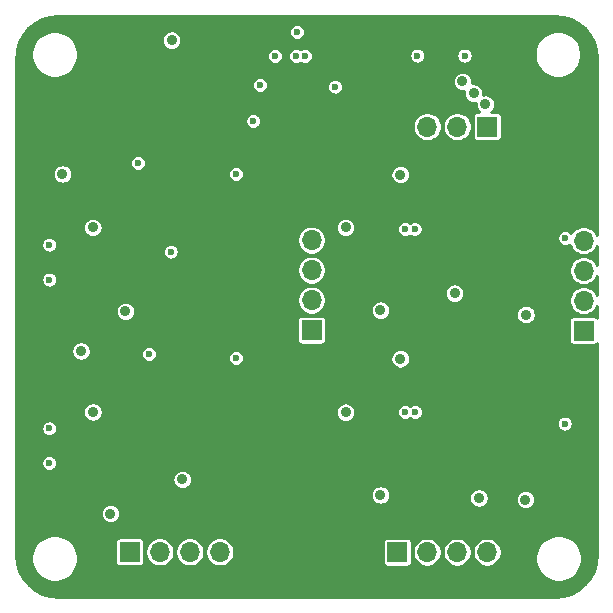
<source format=gbr>
%TF.GenerationSoftware,KiCad,Pcbnew,(5.1.12)-1*%
%TF.CreationDate,2022-03-26T18:35:52+01:00*%
%TF.ProjectId,Duino Coin,4475696e-6f20-4436-9f69-6e2e6b696361,rev?*%
%TF.SameCoordinates,Original*%
%TF.FileFunction,Copper,L3,Inr*%
%TF.FilePolarity,Positive*%
%FSLAX46Y46*%
G04 Gerber Fmt 4.6, Leading zero omitted, Abs format (unit mm)*
G04 Created by KiCad (PCBNEW (5.1.12)-1) date 2022-03-26 18:35:52*
%MOMM*%
%LPD*%
G01*
G04 APERTURE LIST*
%TA.AperFunction,ComponentPad*%
%ADD10O,1.700000X1.700000*%
%TD*%
%TA.AperFunction,ComponentPad*%
%ADD11R,1.700000X1.700000*%
%TD*%
%TA.AperFunction,ViaPad*%
%ADD12C,0.600000*%
%TD*%
%TA.AperFunction,ViaPad*%
%ADD13C,0.900000*%
%TD*%
%TA.AperFunction,Conductor*%
%ADD14C,0.254000*%
%TD*%
%TA.AperFunction,Conductor*%
%ADD15C,0.100000*%
%TD*%
G04 APERTURE END LIST*
D10*
%TO.N,/SS4*%
%TO.C,J2*%
X198450200Y-109423200D03*
%TO.N,/SCK4*%
X198450200Y-111963200D03*
%TO.N,/MISO4*%
X198450200Y-114503200D03*
D11*
%TO.N,/MOSI4*%
X198450200Y-117043200D03*
%TD*%
%TO.N,/MOSI1*%
%TO.C,J6*%
X175417480Y-117012720D03*
D10*
%TO.N,/MISO1*%
X175417480Y-114472720D03*
%TO.N,/SCK1*%
X175417480Y-111932720D03*
%TO.N,/SS1*%
X175417480Y-109392720D03*
%TD*%
%TO.N,/SS2*%
%TO.C,J5*%
X167640000Y-135775700D03*
%TO.N,/SCK2*%
X165100000Y-135775700D03*
%TO.N,/MISO2*%
X162560000Y-135775700D03*
D11*
%TO.N,/MOSI2*%
X160020000Y-135775700D03*
%TD*%
D10*
%TO.N,/SS3*%
%TO.C,J3*%
X190284100Y-135801100D03*
%TO.N,/SCK3*%
X187744100Y-135801100D03*
%TO.N,/MISO3*%
X185204100Y-135801100D03*
D11*
%TO.N,/MOSI3*%
X182664100Y-135801100D03*
%TD*%
%TO.N,+5V*%
%TO.C,J4*%
X190296800Y-99771200D03*
D10*
%TO.N,/D-*%
X187756800Y-99771200D03*
%TO.N,/D+*%
X185216800Y-99771200D03*
%TO.N,GND*%
X182676800Y-99771200D03*
%TD*%
D12*
%TO.N,*%
X188371480Y-93766640D03*
X184370980Y-93766640D03*
D13*
%TO.N,GND*%
X156870400Y-106172000D03*
X172923200Y-110134400D03*
X162966400Y-98196400D03*
X156921200Y-121818400D03*
X172923200Y-125780800D03*
X165760400Y-96926400D03*
X179578000Y-91948000D03*
D12*
X169468800Y-126441200D03*
X176631600Y-129235200D03*
X155346400Y-129235200D03*
X157683200Y-126847600D03*
X158343600Y-124510800D03*
X162661600Y-128778000D03*
D13*
X172974000Y-124561600D03*
X172923200Y-108915200D03*
D12*
X169468800Y-110845600D03*
X155397200Y-113639600D03*
X158292800Y-108813600D03*
X162763200Y-113131600D03*
X157683200Y-111252000D03*
X176733200Y-113639600D03*
X179730400Y-108661200D03*
X178257200Y-110744000D03*
D13*
X187553600Y-108864400D03*
D12*
X193700400Y-108610400D03*
X174193200Y-98806000D03*
X169113200Y-91846400D03*
D13*
X182676800Y-97891600D03*
X183616600Y-96951800D03*
X184607200Y-95961200D03*
D12*
X179730400Y-124460000D03*
X178155600Y-126238000D03*
D13*
X187452000Y-124460000D03*
X177952400Y-101650800D03*
X191427102Y-131394200D03*
X191528700Y-115709700D03*
X197104000Y-110782100D03*
X193357500Y-124510800D03*
X178303000Y-121863028D03*
X182900320Y-105333800D03*
D12*
%TO.N,+5V*%
X161645600Y-119024400D03*
D13*
X182930800Y-119430800D03*
X182930800Y-103835200D03*
X154330400Y-103784400D03*
X156903500Y-108317000D03*
X178303000Y-108317000D03*
X178303000Y-123957000D03*
X156903500Y-123938000D03*
X155905200Y-118770400D03*
X159664400Y-115417600D03*
X158394400Y-132537200D03*
D12*
X160731200Y-102870000D03*
D13*
X193569500Y-115697000D03*
X181254400Y-115316000D03*
D12*
X172339000Y-93802200D03*
D13*
X188193680Y-95945960D03*
X190136780Y-97881440D03*
X189141100Y-96944180D03*
X181254400Y-130962400D03*
X189585600Y-131216400D03*
X193533350Y-131354150D03*
D12*
X163499800Y-110363000D03*
D13*
X164465000Y-129654300D03*
X187528200Y-113880900D03*
D12*
%TO.N,Net-(R25-Pad2)*%
X171069000Y-96266000D03*
%TO.N,Net-(R27-Pad2)*%
X174117000Y-93789500D03*
%TO.N,Net-(R28-Pad2)*%
X174879000Y-93789500D03*
D13*
%TO.N,+3V3*%
X163576000Y-92456000D03*
D12*
%TO.N,Net-(D17-Pad2)*%
X174180500Y-91757500D03*
%TO.N,Net-(C19-Pad1)*%
X177419000Y-96393000D03*
X170484800Y-99314000D03*
%TO.N,/DTR_2*%
X169011600Y-119380000D03*
%TO.N,/DTR_3*%
X196850000Y-124917200D03*
%TO.N,/DTR_1*%
X169011600Y-103784400D03*
%TO.N,/DTR_4*%
X196900800Y-109220000D03*
%TO.N,/RXD_4*%
X184150000Y-108458000D03*
%TO.N,/TXD_4*%
X183337200Y-108458000D03*
%TO.N,/RXD_2*%
X153212800Y-128270000D03*
%TO.N,/TXD_2*%
X153212800Y-125323600D03*
%TO.N,/RXD_3*%
X184200800Y-123952000D03*
%TO.N,/TXD_3*%
X183337200Y-123952000D03*
%TO.N,/RXD_1*%
X153212800Y-112725200D03*
%TO.N,/TXD_1*%
X153212800Y-109778800D03*
%TD*%
D14*
%TO.N,GND*%
X196697696Y-90476356D02*
X197368824Y-90678982D01*
X197987810Y-91008102D01*
X198531084Y-91451184D01*
X198977946Y-91991347D01*
X199311381Y-92608022D01*
X199518686Y-93277716D01*
X199593976Y-93994053D01*
X199594001Y-94001122D01*
X199594001Y-108967822D01*
X199541098Y-108840103D01*
X199406380Y-108638483D01*
X199234917Y-108467020D01*
X199033297Y-108332302D01*
X198809269Y-108239507D01*
X198571443Y-108192200D01*
X198328957Y-108192200D01*
X198091131Y-108239507D01*
X197867103Y-108332302D01*
X197665483Y-108467020D01*
X197494020Y-108638483D01*
X197409242Y-108765363D01*
X197334912Y-108691033D01*
X197223374Y-108616506D01*
X197099440Y-108565171D01*
X196967873Y-108539000D01*
X196833727Y-108539000D01*
X196702160Y-108565171D01*
X196578226Y-108616506D01*
X196466688Y-108691033D01*
X196371833Y-108785888D01*
X196297306Y-108897426D01*
X196245971Y-109021360D01*
X196219800Y-109152927D01*
X196219800Y-109287073D01*
X196245971Y-109418640D01*
X196297306Y-109542574D01*
X196371833Y-109654112D01*
X196466688Y-109748967D01*
X196578226Y-109823494D01*
X196702160Y-109874829D01*
X196833727Y-109901000D01*
X196967873Y-109901000D01*
X197099440Y-109874829D01*
X197223374Y-109823494D01*
X197270531Y-109791985D01*
X197359302Y-110006297D01*
X197494020Y-110207917D01*
X197665483Y-110379380D01*
X197867103Y-110514098D01*
X198091131Y-110606893D01*
X198328957Y-110654200D01*
X198571443Y-110654200D01*
X198809269Y-110606893D01*
X199033297Y-110514098D01*
X199234917Y-110379380D01*
X199406380Y-110207917D01*
X199541098Y-110006297D01*
X199594001Y-109878578D01*
X199594001Y-111507822D01*
X199541098Y-111380103D01*
X199406380Y-111178483D01*
X199234917Y-111007020D01*
X199033297Y-110872302D01*
X198809269Y-110779507D01*
X198571443Y-110732200D01*
X198328957Y-110732200D01*
X198091131Y-110779507D01*
X197867103Y-110872302D01*
X197665483Y-111007020D01*
X197494020Y-111178483D01*
X197359302Y-111380103D01*
X197266507Y-111604131D01*
X197219200Y-111841957D01*
X197219200Y-112084443D01*
X197266507Y-112322269D01*
X197359302Y-112546297D01*
X197494020Y-112747917D01*
X197665483Y-112919380D01*
X197867103Y-113054098D01*
X198091131Y-113146893D01*
X198328957Y-113194200D01*
X198571443Y-113194200D01*
X198809269Y-113146893D01*
X199033297Y-113054098D01*
X199234917Y-112919380D01*
X199406380Y-112747917D01*
X199541098Y-112546297D01*
X199594001Y-112418578D01*
X199594001Y-114047822D01*
X199541098Y-113920103D01*
X199406380Y-113718483D01*
X199234917Y-113547020D01*
X199033297Y-113412302D01*
X198809269Y-113319507D01*
X198571443Y-113272200D01*
X198328957Y-113272200D01*
X198091131Y-113319507D01*
X197867103Y-113412302D01*
X197665483Y-113547020D01*
X197494020Y-113718483D01*
X197359302Y-113920103D01*
X197266507Y-114144131D01*
X197219200Y-114381957D01*
X197219200Y-114624443D01*
X197266507Y-114862269D01*
X197359302Y-115086297D01*
X197494020Y-115287917D01*
X197665483Y-115459380D01*
X197867103Y-115594098D01*
X198091131Y-115686893D01*
X198328957Y-115734200D01*
X198571443Y-115734200D01*
X198809269Y-115686893D01*
X199033297Y-115594098D01*
X199234917Y-115459380D01*
X199406380Y-115287917D01*
X199541098Y-115086297D01*
X199594001Y-114958578D01*
X199594000Y-115950624D01*
X199570911Y-115922489D01*
X199512896Y-115874878D01*
X199446708Y-115839499D01*
X199374889Y-115817713D01*
X199300200Y-115810357D01*
X197600200Y-115810357D01*
X197525511Y-115817713D01*
X197453692Y-115839499D01*
X197387504Y-115874878D01*
X197329489Y-115922489D01*
X197281878Y-115980504D01*
X197246499Y-116046692D01*
X197224713Y-116118511D01*
X197217357Y-116193200D01*
X197217357Y-117893200D01*
X197224713Y-117967889D01*
X197246499Y-118039708D01*
X197281878Y-118105896D01*
X197329489Y-118163911D01*
X197387504Y-118211522D01*
X197453692Y-118246901D01*
X197525511Y-118268687D01*
X197600200Y-118276043D01*
X199300200Y-118276043D01*
X199374889Y-118268687D01*
X199446708Y-118246901D01*
X199512896Y-118211522D01*
X199570911Y-118163911D01*
X199594000Y-118135776D01*
X199594000Y-135980146D01*
X199523644Y-136697696D01*
X199321017Y-137368828D01*
X198991896Y-137987814D01*
X198548815Y-138531084D01*
X198008652Y-138977946D01*
X197391977Y-139311381D01*
X196722284Y-139518686D01*
X196005947Y-139593976D01*
X195999166Y-139594000D01*
X154019854Y-139594000D01*
X153302304Y-139523644D01*
X152631172Y-139321017D01*
X152012186Y-138991896D01*
X151468916Y-138548815D01*
X151022054Y-138008652D01*
X150688619Y-137391977D01*
X150481314Y-136722284D01*
X150420050Y-136139389D01*
X151689000Y-136139389D01*
X151689000Y-136529611D01*
X151765129Y-136912336D01*
X151914461Y-137272855D01*
X152131257Y-137597314D01*
X152407186Y-137873243D01*
X152731645Y-138090039D01*
X153092164Y-138239371D01*
X153474889Y-138315500D01*
X153865111Y-138315500D01*
X154247836Y-138239371D01*
X154608355Y-138090039D01*
X154932814Y-137873243D01*
X155208743Y-137597314D01*
X155425539Y-137272855D01*
X155574871Y-136912336D01*
X155651000Y-136529611D01*
X155651000Y-136139389D01*
X155574871Y-135756664D01*
X155425539Y-135396145D01*
X155208743Y-135071686D01*
X155062757Y-134925700D01*
X158787157Y-134925700D01*
X158787157Y-136625700D01*
X158794513Y-136700389D01*
X158816299Y-136772208D01*
X158851678Y-136838396D01*
X158899289Y-136896411D01*
X158957304Y-136944022D01*
X159023492Y-136979401D01*
X159095311Y-137001187D01*
X159170000Y-137008543D01*
X160870000Y-137008543D01*
X160944689Y-137001187D01*
X161016508Y-136979401D01*
X161082696Y-136944022D01*
X161140711Y-136896411D01*
X161188322Y-136838396D01*
X161223701Y-136772208D01*
X161245487Y-136700389D01*
X161252843Y-136625700D01*
X161252843Y-135654457D01*
X161329000Y-135654457D01*
X161329000Y-135896943D01*
X161376307Y-136134769D01*
X161469102Y-136358797D01*
X161603820Y-136560417D01*
X161775283Y-136731880D01*
X161976903Y-136866598D01*
X162200931Y-136959393D01*
X162438757Y-137006700D01*
X162681243Y-137006700D01*
X162919069Y-136959393D01*
X163143097Y-136866598D01*
X163344717Y-136731880D01*
X163516180Y-136560417D01*
X163650898Y-136358797D01*
X163743693Y-136134769D01*
X163791000Y-135896943D01*
X163791000Y-135654457D01*
X163869000Y-135654457D01*
X163869000Y-135896943D01*
X163916307Y-136134769D01*
X164009102Y-136358797D01*
X164143820Y-136560417D01*
X164315283Y-136731880D01*
X164516903Y-136866598D01*
X164740931Y-136959393D01*
X164978757Y-137006700D01*
X165221243Y-137006700D01*
X165459069Y-136959393D01*
X165683097Y-136866598D01*
X165884717Y-136731880D01*
X166056180Y-136560417D01*
X166190898Y-136358797D01*
X166283693Y-136134769D01*
X166331000Y-135896943D01*
X166331000Y-135654457D01*
X166409000Y-135654457D01*
X166409000Y-135896943D01*
X166456307Y-136134769D01*
X166549102Y-136358797D01*
X166683820Y-136560417D01*
X166855283Y-136731880D01*
X167056903Y-136866598D01*
X167280931Y-136959393D01*
X167518757Y-137006700D01*
X167761243Y-137006700D01*
X167999069Y-136959393D01*
X168223097Y-136866598D01*
X168424717Y-136731880D01*
X168596180Y-136560417D01*
X168730898Y-136358797D01*
X168823693Y-136134769D01*
X168871000Y-135896943D01*
X168871000Y-135654457D01*
X168823693Y-135416631D01*
X168730898Y-135192603D01*
X168596180Y-134990983D01*
X168556297Y-134951100D01*
X181431257Y-134951100D01*
X181431257Y-136651100D01*
X181438613Y-136725789D01*
X181460399Y-136797608D01*
X181495778Y-136863796D01*
X181543389Y-136921811D01*
X181601404Y-136969422D01*
X181667592Y-137004801D01*
X181739411Y-137026587D01*
X181814100Y-137033943D01*
X183514100Y-137033943D01*
X183588789Y-137026587D01*
X183660608Y-137004801D01*
X183726796Y-136969422D01*
X183784811Y-136921811D01*
X183832422Y-136863796D01*
X183867801Y-136797608D01*
X183889587Y-136725789D01*
X183896943Y-136651100D01*
X183896943Y-135679857D01*
X183973100Y-135679857D01*
X183973100Y-135922343D01*
X184020407Y-136160169D01*
X184113202Y-136384197D01*
X184247920Y-136585817D01*
X184419383Y-136757280D01*
X184621003Y-136891998D01*
X184845031Y-136984793D01*
X185082857Y-137032100D01*
X185325343Y-137032100D01*
X185563169Y-136984793D01*
X185787197Y-136891998D01*
X185988817Y-136757280D01*
X186160280Y-136585817D01*
X186294998Y-136384197D01*
X186387793Y-136160169D01*
X186435100Y-135922343D01*
X186435100Y-135679857D01*
X186513100Y-135679857D01*
X186513100Y-135922343D01*
X186560407Y-136160169D01*
X186653202Y-136384197D01*
X186787920Y-136585817D01*
X186959383Y-136757280D01*
X187161003Y-136891998D01*
X187385031Y-136984793D01*
X187622857Y-137032100D01*
X187865343Y-137032100D01*
X188103169Y-136984793D01*
X188327197Y-136891998D01*
X188528817Y-136757280D01*
X188700280Y-136585817D01*
X188834998Y-136384197D01*
X188927793Y-136160169D01*
X188975100Y-135922343D01*
X188975100Y-135679857D01*
X189053100Y-135679857D01*
X189053100Y-135922343D01*
X189100407Y-136160169D01*
X189193202Y-136384197D01*
X189327920Y-136585817D01*
X189499383Y-136757280D01*
X189701003Y-136891998D01*
X189925031Y-136984793D01*
X190162857Y-137032100D01*
X190405343Y-137032100D01*
X190643169Y-136984793D01*
X190867197Y-136891998D01*
X191068817Y-136757280D01*
X191240280Y-136585817D01*
X191374998Y-136384197D01*
X191467793Y-136160169D01*
X191471926Y-136139389D01*
X194361000Y-136139389D01*
X194361000Y-136529611D01*
X194437129Y-136912336D01*
X194586461Y-137272855D01*
X194803257Y-137597314D01*
X195079186Y-137873243D01*
X195403645Y-138090039D01*
X195764164Y-138239371D01*
X196146889Y-138315500D01*
X196537111Y-138315500D01*
X196919836Y-138239371D01*
X197280355Y-138090039D01*
X197604814Y-137873243D01*
X197880743Y-137597314D01*
X198097539Y-137272855D01*
X198246871Y-136912336D01*
X198323000Y-136529611D01*
X198323000Y-136139389D01*
X198246871Y-135756664D01*
X198097539Y-135396145D01*
X197880743Y-135071686D01*
X197604814Y-134795757D01*
X197280355Y-134578961D01*
X196919836Y-134429629D01*
X196537111Y-134353500D01*
X196146889Y-134353500D01*
X195764164Y-134429629D01*
X195403645Y-134578961D01*
X195079186Y-134795757D01*
X194803257Y-135071686D01*
X194586461Y-135396145D01*
X194437129Y-135756664D01*
X194361000Y-136139389D01*
X191471926Y-136139389D01*
X191515100Y-135922343D01*
X191515100Y-135679857D01*
X191467793Y-135442031D01*
X191374998Y-135218003D01*
X191240280Y-135016383D01*
X191068817Y-134844920D01*
X190867197Y-134710202D01*
X190643169Y-134617407D01*
X190405343Y-134570100D01*
X190162857Y-134570100D01*
X189925031Y-134617407D01*
X189701003Y-134710202D01*
X189499383Y-134844920D01*
X189327920Y-135016383D01*
X189193202Y-135218003D01*
X189100407Y-135442031D01*
X189053100Y-135679857D01*
X188975100Y-135679857D01*
X188927793Y-135442031D01*
X188834998Y-135218003D01*
X188700280Y-135016383D01*
X188528817Y-134844920D01*
X188327197Y-134710202D01*
X188103169Y-134617407D01*
X187865343Y-134570100D01*
X187622857Y-134570100D01*
X187385031Y-134617407D01*
X187161003Y-134710202D01*
X186959383Y-134844920D01*
X186787920Y-135016383D01*
X186653202Y-135218003D01*
X186560407Y-135442031D01*
X186513100Y-135679857D01*
X186435100Y-135679857D01*
X186387793Y-135442031D01*
X186294998Y-135218003D01*
X186160280Y-135016383D01*
X185988817Y-134844920D01*
X185787197Y-134710202D01*
X185563169Y-134617407D01*
X185325343Y-134570100D01*
X185082857Y-134570100D01*
X184845031Y-134617407D01*
X184621003Y-134710202D01*
X184419383Y-134844920D01*
X184247920Y-135016383D01*
X184113202Y-135218003D01*
X184020407Y-135442031D01*
X183973100Y-135679857D01*
X183896943Y-135679857D01*
X183896943Y-134951100D01*
X183889587Y-134876411D01*
X183867801Y-134804592D01*
X183832422Y-134738404D01*
X183784811Y-134680389D01*
X183726796Y-134632778D01*
X183660608Y-134597399D01*
X183588789Y-134575613D01*
X183514100Y-134568257D01*
X181814100Y-134568257D01*
X181739411Y-134575613D01*
X181667592Y-134597399D01*
X181601404Y-134632778D01*
X181543389Y-134680389D01*
X181495778Y-134738404D01*
X181460399Y-134804592D01*
X181438613Y-134876411D01*
X181431257Y-134951100D01*
X168556297Y-134951100D01*
X168424717Y-134819520D01*
X168223097Y-134684802D01*
X167999069Y-134592007D01*
X167761243Y-134544700D01*
X167518757Y-134544700D01*
X167280931Y-134592007D01*
X167056903Y-134684802D01*
X166855283Y-134819520D01*
X166683820Y-134990983D01*
X166549102Y-135192603D01*
X166456307Y-135416631D01*
X166409000Y-135654457D01*
X166331000Y-135654457D01*
X166283693Y-135416631D01*
X166190898Y-135192603D01*
X166056180Y-134990983D01*
X165884717Y-134819520D01*
X165683097Y-134684802D01*
X165459069Y-134592007D01*
X165221243Y-134544700D01*
X164978757Y-134544700D01*
X164740931Y-134592007D01*
X164516903Y-134684802D01*
X164315283Y-134819520D01*
X164143820Y-134990983D01*
X164009102Y-135192603D01*
X163916307Y-135416631D01*
X163869000Y-135654457D01*
X163791000Y-135654457D01*
X163743693Y-135416631D01*
X163650898Y-135192603D01*
X163516180Y-134990983D01*
X163344717Y-134819520D01*
X163143097Y-134684802D01*
X162919069Y-134592007D01*
X162681243Y-134544700D01*
X162438757Y-134544700D01*
X162200931Y-134592007D01*
X161976903Y-134684802D01*
X161775283Y-134819520D01*
X161603820Y-134990983D01*
X161469102Y-135192603D01*
X161376307Y-135416631D01*
X161329000Y-135654457D01*
X161252843Y-135654457D01*
X161252843Y-134925700D01*
X161245487Y-134851011D01*
X161223701Y-134779192D01*
X161188322Y-134713004D01*
X161140711Y-134654989D01*
X161082696Y-134607378D01*
X161016508Y-134571999D01*
X160944689Y-134550213D01*
X160870000Y-134542857D01*
X159170000Y-134542857D01*
X159095311Y-134550213D01*
X159023492Y-134571999D01*
X158957304Y-134607378D01*
X158899289Y-134654989D01*
X158851678Y-134713004D01*
X158816299Y-134779192D01*
X158794513Y-134851011D01*
X158787157Y-134925700D01*
X155062757Y-134925700D01*
X154932814Y-134795757D01*
X154608355Y-134578961D01*
X154247836Y-134429629D01*
X153865111Y-134353500D01*
X153474889Y-134353500D01*
X153092164Y-134429629D01*
X152731645Y-134578961D01*
X152407186Y-134795757D01*
X152131257Y-135071686D01*
X151914461Y-135396145D01*
X151765129Y-135756664D01*
X151689000Y-136139389D01*
X150420050Y-136139389D01*
X150406024Y-136005947D01*
X150406000Y-135999166D01*
X150406000Y-132455354D01*
X157563400Y-132455354D01*
X157563400Y-132619046D01*
X157595335Y-132779594D01*
X157657977Y-132930826D01*
X157748920Y-133066932D01*
X157864668Y-133182680D01*
X158000774Y-133273623D01*
X158152006Y-133336265D01*
X158312554Y-133368200D01*
X158476246Y-133368200D01*
X158636794Y-133336265D01*
X158788026Y-133273623D01*
X158924132Y-133182680D01*
X159039880Y-133066932D01*
X159130823Y-132930826D01*
X159193465Y-132779594D01*
X159225400Y-132619046D01*
X159225400Y-132455354D01*
X159193465Y-132294806D01*
X159130823Y-132143574D01*
X159039880Y-132007468D01*
X158924132Y-131891720D01*
X158788026Y-131800777D01*
X158636794Y-131738135D01*
X158476246Y-131706200D01*
X158312554Y-131706200D01*
X158152006Y-131738135D01*
X158000774Y-131800777D01*
X157864668Y-131891720D01*
X157748920Y-132007468D01*
X157657977Y-132143574D01*
X157595335Y-132294806D01*
X157563400Y-132455354D01*
X150406000Y-132455354D01*
X150406000Y-130880554D01*
X180423400Y-130880554D01*
X180423400Y-131044246D01*
X180455335Y-131204794D01*
X180517977Y-131356026D01*
X180608920Y-131492132D01*
X180724668Y-131607880D01*
X180860774Y-131698823D01*
X181012006Y-131761465D01*
X181172554Y-131793400D01*
X181336246Y-131793400D01*
X181496794Y-131761465D01*
X181648026Y-131698823D01*
X181784132Y-131607880D01*
X181899880Y-131492132D01*
X181990823Y-131356026D01*
X182053465Y-131204794D01*
X182067436Y-131134554D01*
X188754600Y-131134554D01*
X188754600Y-131298246D01*
X188786535Y-131458794D01*
X188849177Y-131610026D01*
X188940120Y-131746132D01*
X189055868Y-131861880D01*
X189191974Y-131952823D01*
X189343206Y-132015465D01*
X189503754Y-132047400D01*
X189667446Y-132047400D01*
X189827994Y-132015465D01*
X189979226Y-131952823D01*
X190115332Y-131861880D01*
X190231080Y-131746132D01*
X190322023Y-131610026D01*
X190384665Y-131458794D01*
X190416600Y-131298246D01*
X190416600Y-131272304D01*
X192702350Y-131272304D01*
X192702350Y-131435996D01*
X192734285Y-131596544D01*
X192796927Y-131747776D01*
X192887870Y-131883882D01*
X193003618Y-131999630D01*
X193139724Y-132090573D01*
X193290956Y-132153215D01*
X193451504Y-132185150D01*
X193615196Y-132185150D01*
X193775744Y-132153215D01*
X193926976Y-132090573D01*
X194063082Y-131999630D01*
X194178830Y-131883882D01*
X194269773Y-131747776D01*
X194332415Y-131596544D01*
X194364350Y-131435996D01*
X194364350Y-131272304D01*
X194332415Y-131111756D01*
X194269773Y-130960524D01*
X194178830Y-130824418D01*
X194063082Y-130708670D01*
X193926976Y-130617727D01*
X193775744Y-130555085D01*
X193615196Y-130523150D01*
X193451504Y-130523150D01*
X193290956Y-130555085D01*
X193139724Y-130617727D01*
X193003618Y-130708670D01*
X192887870Y-130824418D01*
X192796927Y-130960524D01*
X192734285Y-131111756D01*
X192702350Y-131272304D01*
X190416600Y-131272304D01*
X190416600Y-131134554D01*
X190384665Y-130974006D01*
X190322023Y-130822774D01*
X190231080Y-130686668D01*
X190115332Y-130570920D01*
X189979226Y-130479977D01*
X189827994Y-130417335D01*
X189667446Y-130385400D01*
X189503754Y-130385400D01*
X189343206Y-130417335D01*
X189191974Y-130479977D01*
X189055868Y-130570920D01*
X188940120Y-130686668D01*
X188849177Y-130822774D01*
X188786535Y-130974006D01*
X188754600Y-131134554D01*
X182067436Y-131134554D01*
X182085400Y-131044246D01*
X182085400Y-130880554D01*
X182053465Y-130720006D01*
X181990823Y-130568774D01*
X181899880Y-130432668D01*
X181784132Y-130316920D01*
X181648026Y-130225977D01*
X181496794Y-130163335D01*
X181336246Y-130131400D01*
X181172554Y-130131400D01*
X181012006Y-130163335D01*
X180860774Y-130225977D01*
X180724668Y-130316920D01*
X180608920Y-130432668D01*
X180517977Y-130568774D01*
X180455335Y-130720006D01*
X180423400Y-130880554D01*
X150406000Y-130880554D01*
X150406000Y-129572454D01*
X163634000Y-129572454D01*
X163634000Y-129736146D01*
X163665935Y-129896694D01*
X163728577Y-130047926D01*
X163819520Y-130184032D01*
X163935268Y-130299780D01*
X164071374Y-130390723D01*
X164222606Y-130453365D01*
X164383154Y-130485300D01*
X164546846Y-130485300D01*
X164707394Y-130453365D01*
X164858626Y-130390723D01*
X164994732Y-130299780D01*
X165110480Y-130184032D01*
X165201423Y-130047926D01*
X165264065Y-129896694D01*
X165296000Y-129736146D01*
X165296000Y-129572454D01*
X165264065Y-129411906D01*
X165201423Y-129260674D01*
X165110480Y-129124568D01*
X164994732Y-129008820D01*
X164858626Y-128917877D01*
X164707394Y-128855235D01*
X164546846Y-128823300D01*
X164383154Y-128823300D01*
X164222606Y-128855235D01*
X164071374Y-128917877D01*
X163935268Y-129008820D01*
X163819520Y-129124568D01*
X163728577Y-129260674D01*
X163665935Y-129411906D01*
X163634000Y-129572454D01*
X150406000Y-129572454D01*
X150406000Y-128202927D01*
X152531800Y-128202927D01*
X152531800Y-128337073D01*
X152557971Y-128468640D01*
X152609306Y-128592574D01*
X152683833Y-128704112D01*
X152778688Y-128798967D01*
X152890226Y-128873494D01*
X153014160Y-128924829D01*
X153145727Y-128951000D01*
X153279873Y-128951000D01*
X153411440Y-128924829D01*
X153535374Y-128873494D01*
X153646912Y-128798967D01*
X153741767Y-128704112D01*
X153816294Y-128592574D01*
X153867629Y-128468640D01*
X153893800Y-128337073D01*
X153893800Y-128202927D01*
X153867629Y-128071360D01*
X153816294Y-127947426D01*
X153741767Y-127835888D01*
X153646912Y-127741033D01*
X153535374Y-127666506D01*
X153411440Y-127615171D01*
X153279873Y-127589000D01*
X153145727Y-127589000D01*
X153014160Y-127615171D01*
X152890226Y-127666506D01*
X152778688Y-127741033D01*
X152683833Y-127835888D01*
X152609306Y-127947426D01*
X152557971Y-128071360D01*
X152531800Y-128202927D01*
X150406000Y-128202927D01*
X150406000Y-125256527D01*
X152531800Y-125256527D01*
X152531800Y-125390673D01*
X152557971Y-125522240D01*
X152609306Y-125646174D01*
X152683833Y-125757712D01*
X152778688Y-125852567D01*
X152890226Y-125927094D01*
X153014160Y-125978429D01*
X153145727Y-126004600D01*
X153279873Y-126004600D01*
X153411440Y-125978429D01*
X153535374Y-125927094D01*
X153646912Y-125852567D01*
X153741767Y-125757712D01*
X153816294Y-125646174D01*
X153867629Y-125522240D01*
X153893800Y-125390673D01*
X153893800Y-125256527D01*
X153867629Y-125124960D01*
X153816294Y-125001026D01*
X153741767Y-124889488D01*
X153702406Y-124850127D01*
X196169000Y-124850127D01*
X196169000Y-124984273D01*
X196195171Y-125115840D01*
X196246506Y-125239774D01*
X196321033Y-125351312D01*
X196415888Y-125446167D01*
X196527426Y-125520694D01*
X196651360Y-125572029D01*
X196782927Y-125598200D01*
X196917073Y-125598200D01*
X197048640Y-125572029D01*
X197172574Y-125520694D01*
X197284112Y-125446167D01*
X197378967Y-125351312D01*
X197453494Y-125239774D01*
X197504829Y-125115840D01*
X197531000Y-124984273D01*
X197531000Y-124850127D01*
X197504829Y-124718560D01*
X197453494Y-124594626D01*
X197378967Y-124483088D01*
X197284112Y-124388233D01*
X197172574Y-124313706D01*
X197048640Y-124262371D01*
X196917073Y-124236200D01*
X196782927Y-124236200D01*
X196651360Y-124262371D01*
X196527426Y-124313706D01*
X196415888Y-124388233D01*
X196321033Y-124483088D01*
X196246506Y-124594626D01*
X196195171Y-124718560D01*
X196169000Y-124850127D01*
X153702406Y-124850127D01*
X153646912Y-124794633D01*
X153535374Y-124720106D01*
X153411440Y-124668771D01*
X153279873Y-124642600D01*
X153145727Y-124642600D01*
X153014160Y-124668771D01*
X152890226Y-124720106D01*
X152778688Y-124794633D01*
X152683833Y-124889488D01*
X152609306Y-125001026D01*
X152557971Y-125124960D01*
X152531800Y-125256527D01*
X150406000Y-125256527D01*
X150406000Y-123856154D01*
X156072500Y-123856154D01*
X156072500Y-124019846D01*
X156104435Y-124180394D01*
X156167077Y-124331626D01*
X156258020Y-124467732D01*
X156373768Y-124583480D01*
X156509874Y-124674423D01*
X156661106Y-124737065D01*
X156821654Y-124769000D01*
X156985346Y-124769000D01*
X157145894Y-124737065D01*
X157297126Y-124674423D01*
X157433232Y-124583480D01*
X157548980Y-124467732D01*
X157639923Y-124331626D01*
X157702565Y-124180394D01*
X157734500Y-124019846D01*
X157734500Y-123875154D01*
X177472000Y-123875154D01*
X177472000Y-124038846D01*
X177503935Y-124199394D01*
X177566577Y-124350626D01*
X177657520Y-124486732D01*
X177773268Y-124602480D01*
X177909374Y-124693423D01*
X178060606Y-124756065D01*
X178221154Y-124788000D01*
X178384846Y-124788000D01*
X178545394Y-124756065D01*
X178696626Y-124693423D01*
X178832732Y-124602480D01*
X178948480Y-124486732D01*
X179039423Y-124350626D01*
X179102065Y-124199394D01*
X179134000Y-124038846D01*
X179134000Y-123884927D01*
X182656200Y-123884927D01*
X182656200Y-124019073D01*
X182682371Y-124150640D01*
X182733706Y-124274574D01*
X182808233Y-124386112D01*
X182903088Y-124480967D01*
X183014626Y-124555494D01*
X183138560Y-124606829D01*
X183270127Y-124633000D01*
X183404273Y-124633000D01*
X183535840Y-124606829D01*
X183659774Y-124555494D01*
X183769000Y-124482512D01*
X183878226Y-124555494D01*
X184002160Y-124606829D01*
X184133727Y-124633000D01*
X184267873Y-124633000D01*
X184399440Y-124606829D01*
X184523374Y-124555494D01*
X184634912Y-124480967D01*
X184729767Y-124386112D01*
X184804294Y-124274574D01*
X184855629Y-124150640D01*
X184881800Y-124019073D01*
X184881800Y-123884927D01*
X184855629Y-123753360D01*
X184804294Y-123629426D01*
X184729767Y-123517888D01*
X184634912Y-123423033D01*
X184523374Y-123348506D01*
X184399440Y-123297171D01*
X184267873Y-123271000D01*
X184133727Y-123271000D01*
X184002160Y-123297171D01*
X183878226Y-123348506D01*
X183769000Y-123421488D01*
X183659774Y-123348506D01*
X183535840Y-123297171D01*
X183404273Y-123271000D01*
X183270127Y-123271000D01*
X183138560Y-123297171D01*
X183014626Y-123348506D01*
X182903088Y-123423033D01*
X182808233Y-123517888D01*
X182733706Y-123629426D01*
X182682371Y-123753360D01*
X182656200Y-123884927D01*
X179134000Y-123884927D01*
X179134000Y-123875154D01*
X179102065Y-123714606D01*
X179039423Y-123563374D01*
X178948480Y-123427268D01*
X178832732Y-123311520D01*
X178696626Y-123220577D01*
X178545394Y-123157935D01*
X178384846Y-123126000D01*
X178221154Y-123126000D01*
X178060606Y-123157935D01*
X177909374Y-123220577D01*
X177773268Y-123311520D01*
X177657520Y-123427268D01*
X177566577Y-123563374D01*
X177503935Y-123714606D01*
X177472000Y-123875154D01*
X157734500Y-123875154D01*
X157734500Y-123856154D01*
X157702565Y-123695606D01*
X157639923Y-123544374D01*
X157548980Y-123408268D01*
X157433232Y-123292520D01*
X157297126Y-123201577D01*
X157145894Y-123138935D01*
X156985346Y-123107000D01*
X156821654Y-123107000D01*
X156661106Y-123138935D01*
X156509874Y-123201577D01*
X156373768Y-123292520D01*
X156258020Y-123408268D01*
X156167077Y-123544374D01*
X156104435Y-123695606D01*
X156072500Y-123856154D01*
X150406000Y-123856154D01*
X150406000Y-118688554D01*
X155074200Y-118688554D01*
X155074200Y-118852246D01*
X155106135Y-119012794D01*
X155168777Y-119164026D01*
X155259720Y-119300132D01*
X155375468Y-119415880D01*
X155511574Y-119506823D01*
X155662806Y-119569465D01*
X155823354Y-119601400D01*
X155987046Y-119601400D01*
X156147594Y-119569465D01*
X156298826Y-119506823D01*
X156434932Y-119415880D01*
X156550680Y-119300132D01*
X156641623Y-119164026D01*
X156704265Y-119012794D01*
X156715298Y-118957327D01*
X160964600Y-118957327D01*
X160964600Y-119091473D01*
X160990771Y-119223040D01*
X161042106Y-119346974D01*
X161116633Y-119458512D01*
X161211488Y-119553367D01*
X161323026Y-119627894D01*
X161446960Y-119679229D01*
X161578527Y-119705400D01*
X161712673Y-119705400D01*
X161844240Y-119679229D01*
X161968174Y-119627894D01*
X162079712Y-119553367D01*
X162174567Y-119458512D01*
X162249094Y-119346974D01*
X162263196Y-119312927D01*
X168330600Y-119312927D01*
X168330600Y-119447073D01*
X168356771Y-119578640D01*
X168408106Y-119702574D01*
X168482633Y-119814112D01*
X168577488Y-119908967D01*
X168689026Y-119983494D01*
X168812960Y-120034829D01*
X168944527Y-120061000D01*
X169078673Y-120061000D01*
X169210240Y-120034829D01*
X169334174Y-119983494D01*
X169445712Y-119908967D01*
X169540567Y-119814112D01*
X169615094Y-119702574D01*
X169666429Y-119578640D01*
X169692600Y-119447073D01*
X169692600Y-119348954D01*
X182099800Y-119348954D01*
X182099800Y-119512646D01*
X182131735Y-119673194D01*
X182194377Y-119824426D01*
X182285320Y-119960532D01*
X182401068Y-120076280D01*
X182537174Y-120167223D01*
X182688406Y-120229865D01*
X182848954Y-120261800D01*
X183012646Y-120261800D01*
X183173194Y-120229865D01*
X183324426Y-120167223D01*
X183460532Y-120076280D01*
X183576280Y-119960532D01*
X183667223Y-119824426D01*
X183729865Y-119673194D01*
X183761800Y-119512646D01*
X183761800Y-119348954D01*
X183729865Y-119188406D01*
X183667223Y-119037174D01*
X183576280Y-118901068D01*
X183460532Y-118785320D01*
X183324426Y-118694377D01*
X183173194Y-118631735D01*
X183012646Y-118599800D01*
X182848954Y-118599800D01*
X182688406Y-118631735D01*
X182537174Y-118694377D01*
X182401068Y-118785320D01*
X182285320Y-118901068D01*
X182194377Y-119037174D01*
X182131735Y-119188406D01*
X182099800Y-119348954D01*
X169692600Y-119348954D01*
X169692600Y-119312927D01*
X169666429Y-119181360D01*
X169615094Y-119057426D01*
X169540567Y-118945888D01*
X169445712Y-118851033D01*
X169334174Y-118776506D01*
X169210240Y-118725171D01*
X169078673Y-118699000D01*
X168944527Y-118699000D01*
X168812960Y-118725171D01*
X168689026Y-118776506D01*
X168577488Y-118851033D01*
X168482633Y-118945888D01*
X168408106Y-119057426D01*
X168356771Y-119181360D01*
X168330600Y-119312927D01*
X162263196Y-119312927D01*
X162300429Y-119223040D01*
X162326600Y-119091473D01*
X162326600Y-118957327D01*
X162300429Y-118825760D01*
X162249094Y-118701826D01*
X162174567Y-118590288D01*
X162079712Y-118495433D01*
X161968174Y-118420906D01*
X161844240Y-118369571D01*
X161712673Y-118343400D01*
X161578527Y-118343400D01*
X161446960Y-118369571D01*
X161323026Y-118420906D01*
X161211488Y-118495433D01*
X161116633Y-118590288D01*
X161042106Y-118701826D01*
X160990771Y-118825760D01*
X160964600Y-118957327D01*
X156715298Y-118957327D01*
X156736200Y-118852246D01*
X156736200Y-118688554D01*
X156704265Y-118528006D01*
X156641623Y-118376774D01*
X156550680Y-118240668D01*
X156434932Y-118124920D01*
X156298826Y-118033977D01*
X156147594Y-117971335D01*
X155987046Y-117939400D01*
X155823354Y-117939400D01*
X155662806Y-117971335D01*
X155511574Y-118033977D01*
X155375468Y-118124920D01*
X155259720Y-118240668D01*
X155168777Y-118376774D01*
X155106135Y-118528006D01*
X155074200Y-118688554D01*
X150406000Y-118688554D01*
X150406000Y-115335754D01*
X158833400Y-115335754D01*
X158833400Y-115499446D01*
X158865335Y-115659994D01*
X158927977Y-115811226D01*
X159018920Y-115947332D01*
X159134668Y-116063080D01*
X159270774Y-116154023D01*
X159422006Y-116216665D01*
X159582554Y-116248600D01*
X159746246Y-116248600D01*
X159906794Y-116216665D01*
X160037029Y-116162720D01*
X174184637Y-116162720D01*
X174184637Y-117862720D01*
X174191993Y-117937409D01*
X174213779Y-118009228D01*
X174249158Y-118075416D01*
X174296769Y-118133431D01*
X174354784Y-118181042D01*
X174420972Y-118216421D01*
X174492791Y-118238207D01*
X174567480Y-118245563D01*
X176267480Y-118245563D01*
X176342169Y-118238207D01*
X176413988Y-118216421D01*
X176480176Y-118181042D01*
X176538191Y-118133431D01*
X176585802Y-118075416D01*
X176621181Y-118009228D01*
X176642967Y-117937409D01*
X176650323Y-117862720D01*
X176650323Y-116162720D01*
X176642967Y-116088031D01*
X176621181Y-116016212D01*
X176585802Y-115950024D01*
X176538191Y-115892009D01*
X176480176Y-115844398D01*
X176413988Y-115809019D01*
X176342169Y-115787233D01*
X176267480Y-115779877D01*
X174567480Y-115779877D01*
X174492791Y-115787233D01*
X174420972Y-115809019D01*
X174354784Y-115844398D01*
X174296769Y-115892009D01*
X174249158Y-115950024D01*
X174213779Y-116016212D01*
X174191993Y-116088031D01*
X174184637Y-116162720D01*
X160037029Y-116162720D01*
X160058026Y-116154023D01*
X160194132Y-116063080D01*
X160309880Y-115947332D01*
X160400823Y-115811226D01*
X160463465Y-115659994D01*
X160495400Y-115499446D01*
X160495400Y-115335754D01*
X160463465Y-115175206D01*
X160400823Y-115023974D01*
X160309880Y-114887868D01*
X160194132Y-114772120D01*
X160058026Y-114681177D01*
X159906794Y-114618535D01*
X159746246Y-114586600D01*
X159582554Y-114586600D01*
X159422006Y-114618535D01*
X159270774Y-114681177D01*
X159134668Y-114772120D01*
X159018920Y-114887868D01*
X158927977Y-115023974D01*
X158865335Y-115175206D01*
X158833400Y-115335754D01*
X150406000Y-115335754D01*
X150406000Y-114351477D01*
X174186480Y-114351477D01*
X174186480Y-114593963D01*
X174233787Y-114831789D01*
X174326582Y-115055817D01*
X174461300Y-115257437D01*
X174632763Y-115428900D01*
X174834383Y-115563618D01*
X175058411Y-115656413D01*
X175296237Y-115703720D01*
X175538723Y-115703720D01*
X175776549Y-115656413D01*
X176000577Y-115563618D01*
X176202197Y-115428900D01*
X176373660Y-115257437D01*
X176389217Y-115234154D01*
X180423400Y-115234154D01*
X180423400Y-115397846D01*
X180455335Y-115558394D01*
X180517977Y-115709626D01*
X180608920Y-115845732D01*
X180724668Y-115961480D01*
X180860774Y-116052423D01*
X181012006Y-116115065D01*
X181172554Y-116147000D01*
X181336246Y-116147000D01*
X181496794Y-116115065D01*
X181648026Y-116052423D01*
X181784132Y-115961480D01*
X181899880Y-115845732D01*
X181990823Y-115709626D01*
X182029954Y-115615154D01*
X192738500Y-115615154D01*
X192738500Y-115778846D01*
X192770435Y-115939394D01*
X192833077Y-116090626D01*
X192924020Y-116226732D01*
X193039768Y-116342480D01*
X193175874Y-116433423D01*
X193327106Y-116496065D01*
X193487654Y-116528000D01*
X193651346Y-116528000D01*
X193811894Y-116496065D01*
X193963126Y-116433423D01*
X194099232Y-116342480D01*
X194214980Y-116226732D01*
X194305923Y-116090626D01*
X194368565Y-115939394D01*
X194400500Y-115778846D01*
X194400500Y-115615154D01*
X194368565Y-115454606D01*
X194305923Y-115303374D01*
X194214980Y-115167268D01*
X194099232Y-115051520D01*
X193963126Y-114960577D01*
X193811894Y-114897935D01*
X193651346Y-114866000D01*
X193487654Y-114866000D01*
X193327106Y-114897935D01*
X193175874Y-114960577D01*
X193039768Y-115051520D01*
X192924020Y-115167268D01*
X192833077Y-115303374D01*
X192770435Y-115454606D01*
X192738500Y-115615154D01*
X182029954Y-115615154D01*
X182053465Y-115558394D01*
X182085400Y-115397846D01*
X182085400Y-115234154D01*
X182053465Y-115073606D01*
X181990823Y-114922374D01*
X181899880Y-114786268D01*
X181784132Y-114670520D01*
X181648026Y-114579577D01*
X181496794Y-114516935D01*
X181336246Y-114485000D01*
X181172554Y-114485000D01*
X181012006Y-114516935D01*
X180860774Y-114579577D01*
X180724668Y-114670520D01*
X180608920Y-114786268D01*
X180517977Y-114922374D01*
X180455335Y-115073606D01*
X180423400Y-115234154D01*
X176389217Y-115234154D01*
X176508378Y-115055817D01*
X176601173Y-114831789D01*
X176648480Y-114593963D01*
X176648480Y-114351477D01*
X176601173Y-114113651D01*
X176508378Y-113889623D01*
X176447862Y-113799054D01*
X186697200Y-113799054D01*
X186697200Y-113962746D01*
X186729135Y-114123294D01*
X186791777Y-114274526D01*
X186882720Y-114410632D01*
X186998468Y-114526380D01*
X187134574Y-114617323D01*
X187285806Y-114679965D01*
X187446354Y-114711900D01*
X187610046Y-114711900D01*
X187770594Y-114679965D01*
X187921826Y-114617323D01*
X188057932Y-114526380D01*
X188173680Y-114410632D01*
X188264623Y-114274526D01*
X188327265Y-114123294D01*
X188359200Y-113962746D01*
X188359200Y-113799054D01*
X188327265Y-113638506D01*
X188264623Y-113487274D01*
X188173680Y-113351168D01*
X188057932Y-113235420D01*
X187921826Y-113144477D01*
X187770594Y-113081835D01*
X187610046Y-113049900D01*
X187446354Y-113049900D01*
X187285806Y-113081835D01*
X187134574Y-113144477D01*
X186998468Y-113235420D01*
X186882720Y-113351168D01*
X186791777Y-113487274D01*
X186729135Y-113638506D01*
X186697200Y-113799054D01*
X176447862Y-113799054D01*
X176373660Y-113688003D01*
X176202197Y-113516540D01*
X176000577Y-113381822D01*
X175776549Y-113289027D01*
X175538723Y-113241720D01*
X175296237Y-113241720D01*
X175058411Y-113289027D01*
X174834383Y-113381822D01*
X174632763Y-113516540D01*
X174461300Y-113688003D01*
X174326582Y-113889623D01*
X174233787Y-114113651D01*
X174186480Y-114351477D01*
X150406000Y-114351477D01*
X150406000Y-112658127D01*
X152531800Y-112658127D01*
X152531800Y-112792273D01*
X152557971Y-112923840D01*
X152609306Y-113047774D01*
X152683833Y-113159312D01*
X152778688Y-113254167D01*
X152890226Y-113328694D01*
X153014160Y-113380029D01*
X153145727Y-113406200D01*
X153279873Y-113406200D01*
X153411440Y-113380029D01*
X153535374Y-113328694D01*
X153646912Y-113254167D01*
X153741767Y-113159312D01*
X153816294Y-113047774D01*
X153867629Y-112923840D01*
X153893800Y-112792273D01*
X153893800Y-112658127D01*
X153867629Y-112526560D01*
X153816294Y-112402626D01*
X153741767Y-112291088D01*
X153646912Y-112196233D01*
X153535374Y-112121706D01*
X153411440Y-112070371D01*
X153279873Y-112044200D01*
X153145727Y-112044200D01*
X153014160Y-112070371D01*
X152890226Y-112121706D01*
X152778688Y-112196233D01*
X152683833Y-112291088D01*
X152609306Y-112402626D01*
X152557971Y-112526560D01*
X152531800Y-112658127D01*
X150406000Y-112658127D01*
X150406000Y-111811477D01*
X174186480Y-111811477D01*
X174186480Y-112053963D01*
X174233787Y-112291789D01*
X174326582Y-112515817D01*
X174461300Y-112717437D01*
X174632763Y-112888900D01*
X174834383Y-113023618D01*
X175058411Y-113116413D01*
X175296237Y-113163720D01*
X175538723Y-113163720D01*
X175776549Y-113116413D01*
X176000577Y-113023618D01*
X176202197Y-112888900D01*
X176373660Y-112717437D01*
X176508378Y-112515817D01*
X176601173Y-112291789D01*
X176648480Y-112053963D01*
X176648480Y-111811477D01*
X176601173Y-111573651D01*
X176508378Y-111349623D01*
X176373660Y-111148003D01*
X176202197Y-110976540D01*
X176000577Y-110841822D01*
X175776549Y-110749027D01*
X175538723Y-110701720D01*
X175296237Y-110701720D01*
X175058411Y-110749027D01*
X174834383Y-110841822D01*
X174632763Y-110976540D01*
X174461300Y-111148003D01*
X174326582Y-111349623D01*
X174233787Y-111573651D01*
X174186480Y-111811477D01*
X150406000Y-111811477D01*
X150406000Y-109711727D01*
X152531800Y-109711727D01*
X152531800Y-109845873D01*
X152557971Y-109977440D01*
X152609306Y-110101374D01*
X152683833Y-110212912D01*
X152778688Y-110307767D01*
X152890226Y-110382294D01*
X153014160Y-110433629D01*
X153145727Y-110459800D01*
X153279873Y-110459800D01*
X153411440Y-110433629D01*
X153535374Y-110382294D01*
X153646912Y-110307767D01*
X153658752Y-110295927D01*
X162818800Y-110295927D01*
X162818800Y-110430073D01*
X162844971Y-110561640D01*
X162896306Y-110685574D01*
X162970833Y-110797112D01*
X163065688Y-110891967D01*
X163177226Y-110966494D01*
X163301160Y-111017829D01*
X163432727Y-111044000D01*
X163566873Y-111044000D01*
X163698440Y-111017829D01*
X163822374Y-110966494D01*
X163933912Y-110891967D01*
X164028767Y-110797112D01*
X164103294Y-110685574D01*
X164154629Y-110561640D01*
X164180800Y-110430073D01*
X164180800Y-110295927D01*
X164154629Y-110164360D01*
X164103294Y-110040426D01*
X164028767Y-109928888D01*
X163933912Y-109834033D01*
X163822374Y-109759506D01*
X163698440Y-109708171D01*
X163566873Y-109682000D01*
X163432727Y-109682000D01*
X163301160Y-109708171D01*
X163177226Y-109759506D01*
X163065688Y-109834033D01*
X162970833Y-109928888D01*
X162896306Y-110040426D01*
X162844971Y-110164360D01*
X162818800Y-110295927D01*
X153658752Y-110295927D01*
X153741767Y-110212912D01*
X153816294Y-110101374D01*
X153867629Y-109977440D01*
X153893800Y-109845873D01*
X153893800Y-109711727D01*
X153867629Y-109580160D01*
X153816294Y-109456226D01*
X153741767Y-109344688D01*
X153668556Y-109271477D01*
X174186480Y-109271477D01*
X174186480Y-109513963D01*
X174233787Y-109751789D01*
X174326582Y-109975817D01*
X174461300Y-110177437D01*
X174632763Y-110348900D01*
X174834383Y-110483618D01*
X175058411Y-110576413D01*
X175296237Y-110623720D01*
X175538723Y-110623720D01*
X175776549Y-110576413D01*
X176000577Y-110483618D01*
X176202197Y-110348900D01*
X176373660Y-110177437D01*
X176508378Y-109975817D01*
X176601173Y-109751789D01*
X176648480Y-109513963D01*
X176648480Y-109271477D01*
X176601173Y-109033651D01*
X176508378Y-108809623D01*
X176373660Y-108608003D01*
X176202197Y-108436540D01*
X176000577Y-108301822D01*
X175839626Y-108235154D01*
X177472000Y-108235154D01*
X177472000Y-108398846D01*
X177503935Y-108559394D01*
X177566577Y-108710626D01*
X177657520Y-108846732D01*
X177773268Y-108962480D01*
X177909374Y-109053423D01*
X178060606Y-109116065D01*
X178221154Y-109148000D01*
X178384846Y-109148000D01*
X178545394Y-109116065D01*
X178696626Y-109053423D01*
X178832732Y-108962480D01*
X178948480Y-108846732D01*
X179039423Y-108710626D01*
X179102065Y-108559394D01*
X179134000Y-108398846D01*
X179134000Y-108390927D01*
X182656200Y-108390927D01*
X182656200Y-108525073D01*
X182682371Y-108656640D01*
X182733706Y-108780574D01*
X182808233Y-108892112D01*
X182903088Y-108986967D01*
X183014626Y-109061494D01*
X183138560Y-109112829D01*
X183270127Y-109139000D01*
X183404273Y-109139000D01*
X183535840Y-109112829D01*
X183659774Y-109061494D01*
X183743600Y-109005483D01*
X183827426Y-109061494D01*
X183951360Y-109112829D01*
X184082927Y-109139000D01*
X184217073Y-109139000D01*
X184348640Y-109112829D01*
X184472574Y-109061494D01*
X184584112Y-108986967D01*
X184678967Y-108892112D01*
X184753494Y-108780574D01*
X184804829Y-108656640D01*
X184831000Y-108525073D01*
X184831000Y-108390927D01*
X184804829Y-108259360D01*
X184753494Y-108135426D01*
X184678967Y-108023888D01*
X184584112Y-107929033D01*
X184472574Y-107854506D01*
X184348640Y-107803171D01*
X184217073Y-107777000D01*
X184082927Y-107777000D01*
X183951360Y-107803171D01*
X183827426Y-107854506D01*
X183743600Y-107910517D01*
X183659774Y-107854506D01*
X183535840Y-107803171D01*
X183404273Y-107777000D01*
X183270127Y-107777000D01*
X183138560Y-107803171D01*
X183014626Y-107854506D01*
X182903088Y-107929033D01*
X182808233Y-108023888D01*
X182733706Y-108135426D01*
X182682371Y-108259360D01*
X182656200Y-108390927D01*
X179134000Y-108390927D01*
X179134000Y-108235154D01*
X179102065Y-108074606D01*
X179039423Y-107923374D01*
X178948480Y-107787268D01*
X178832732Y-107671520D01*
X178696626Y-107580577D01*
X178545394Y-107517935D01*
X178384846Y-107486000D01*
X178221154Y-107486000D01*
X178060606Y-107517935D01*
X177909374Y-107580577D01*
X177773268Y-107671520D01*
X177657520Y-107787268D01*
X177566577Y-107923374D01*
X177503935Y-108074606D01*
X177472000Y-108235154D01*
X175839626Y-108235154D01*
X175776549Y-108209027D01*
X175538723Y-108161720D01*
X175296237Y-108161720D01*
X175058411Y-108209027D01*
X174834383Y-108301822D01*
X174632763Y-108436540D01*
X174461300Y-108608003D01*
X174326582Y-108809623D01*
X174233787Y-109033651D01*
X174186480Y-109271477D01*
X153668556Y-109271477D01*
X153646912Y-109249833D01*
X153535374Y-109175306D01*
X153411440Y-109123971D01*
X153279873Y-109097800D01*
X153145727Y-109097800D01*
X153014160Y-109123971D01*
X152890226Y-109175306D01*
X152778688Y-109249833D01*
X152683833Y-109344688D01*
X152609306Y-109456226D01*
X152557971Y-109580160D01*
X152531800Y-109711727D01*
X150406000Y-109711727D01*
X150406000Y-108235154D01*
X156072500Y-108235154D01*
X156072500Y-108398846D01*
X156104435Y-108559394D01*
X156167077Y-108710626D01*
X156258020Y-108846732D01*
X156373768Y-108962480D01*
X156509874Y-109053423D01*
X156661106Y-109116065D01*
X156821654Y-109148000D01*
X156985346Y-109148000D01*
X157145894Y-109116065D01*
X157297126Y-109053423D01*
X157433232Y-108962480D01*
X157548980Y-108846732D01*
X157639923Y-108710626D01*
X157702565Y-108559394D01*
X157734500Y-108398846D01*
X157734500Y-108235154D01*
X157702565Y-108074606D01*
X157639923Y-107923374D01*
X157548980Y-107787268D01*
X157433232Y-107671520D01*
X157297126Y-107580577D01*
X157145894Y-107517935D01*
X156985346Y-107486000D01*
X156821654Y-107486000D01*
X156661106Y-107517935D01*
X156509874Y-107580577D01*
X156373768Y-107671520D01*
X156258020Y-107787268D01*
X156167077Y-107923374D01*
X156104435Y-108074606D01*
X156072500Y-108235154D01*
X150406000Y-108235154D01*
X150406000Y-103702554D01*
X153499400Y-103702554D01*
X153499400Y-103866246D01*
X153531335Y-104026794D01*
X153593977Y-104178026D01*
X153684920Y-104314132D01*
X153800668Y-104429880D01*
X153936774Y-104520823D01*
X154088006Y-104583465D01*
X154248554Y-104615400D01*
X154412246Y-104615400D01*
X154572794Y-104583465D01*
X154724026Y-104520823D01*
X154860132Y-104429880D01*
X154975880Y-104314132D01*
X155066823Y-104178026D01*
X155129465Y-104026794D01*
X155161400Y-103866246D01*
X155161400Y-103717327D01*
X168330600Y-103717327D01*
X168330600Y-103851473D01*
X168356771Y-103983040D01*
X168408106Y-104106974D01*
X168482633Y-104218512D01*
X168577488Y-104313367D01*
X168689026Y-104387894D01*
X168812960Y-104439229D01*
X168944527Y-104465400D01*
X169078673Y-104465400D01*
X169210240Y-104439229D01*
X169334174Y-104387894D01*
X169445712Y-104313367D01*
X169540567Y-104218512D01*
X169615094Y-104106974D01*
X169666429Y-103983040D01*
X169692600Y-103851473D01*
X169692600Y-103753354D01*
X182099800Y-103753354D01*
X182099800Y-103917046D01*
X182131735Y-104077594D01*
X182194377Y-104228826D01*
X182285320Y-104364932D01*
X182401068Y-104480680D01*
X182537174Y-104571623D01*
X182688406Y-104634265D01*
X182848954Y-104666200D01*
X183012646Y-104666200D01*
X183173194Y-104634265D01*
X183324426Y-104571623D01*
X183460532Y-104480680D01*
X183576280Y-104364932D01*
X183667223Y-104228826D01*
X183729865Y-104077594D01*
X183761800Y-103917046D01*
X183761800Y-103753354D01*
X183729865Y-103592806D01*
X183667223Y-103441574D01*
X183576280Y-103305468D01*
X183460532Y-103189720D01*
X183324426Y-103098777D01*
X183173194Y-103036135D01*
X183012646Y-103004200D01*
X182848954Y-103004200D01*
X182688406Y-103036135D01*
X182537174Y-103098777D01*
X182401068Y-103189720D01*
X182285320Y-103305468D01*
X182194377Y-103441574D01*
X182131735Y-103592806D01*
X182099800Y-103753354D01*
X169692600Y-103753354D01*
X169692600Y-103717327D01*
X169666429Y-103585760D01*
X169615094Y-103461826D01*
X169540567Y-103350288D01*
X169445712Y-103255433D01*
X169334174Y-103180906D01*
X169210240Y-103129571D01*
X169078673Y-103103400D01*
X168944527Y-103103400D01*
X168812960Y-103129571D01*
X168689026Y-103180906D01*
X168577488Y-103255433D01*
X168482633Y-103350288D01*
X168408106Y-103461826D01*
X168356771Y-103585760D01*
X168330600Y-103717327D01*
X155161400Y-103717327D01*
X155161400Y-103702554D01*
X155129465Y-103542006D01*
X155066823Y-103390774D01*
X154975880Y-103254668D01*
X154860132Y-103138920D01*
X154724026Y-103047977D01*
X154572794Y-102985335D01*
X154412246Y-102953400D01*
X154248554Y-102953400D01*
X154088006Y-102985335D01*
X153936774Y-103047977D01*
X153800668Y-103138920D01*
X153684920Y-103254668D01*
X153593977Y-103390774D01*
X153531335Y-103542006D01*
X153499400Y-103702554D01*
X150406000Y-103702554D01*
X150406000Y-102802927D01*
X160050200Y-102802927D01*
X160050200Y-102937073D01*
X160076371Y-103068640D01*
X160127706Y-103192574D01*
X160202233Y-103304112D01*
X160297088Y-103398967D01*
X160408626Y-103473494D01*
X160532560Y-103524829D01*
X160664127Y-103551000D01*
X160798273Y-103551000D01*
X160929840Y-103524829D01*
X161053774Y-103473494D01*
X161165312Y-103398967D01*
X161260167Y-103304112D01*
X161334694Y-103192574D01*
X161386029Y-103068640D01*
X161412200Y-102937073D01*
X161412200Y-102802927D01*
X161386029Y-102671360D01*
X161334694Y-102547426D01*
X161260167Y-102435888D01*
X161165312Y-102341033D01*
X161053774Y-102266506D01*
X160929840Y-102215171D01*
X160798273Y-102189000D01*
X160664127Y-102189000D01*
X160532560Y-102215171D01*
X160408626Y-102266506D01*
X160297088Y-102341033D01*
X160202233Y-102435888D01*
X160127706Y-102547426D01*
X160076371Y-102671360D01*
X160050200Y-102802927D01*
X150406000Y-102802927D01*
X150406000Y-99246927D01*
X169803800Y-99246927D01*
X169803800Y-99381073D01*
X169829971Y-99512640D01*
X169881306Y-99636574D01*
X169955833Y-99748112D01*
X170050688Y-99842967D01*
X170162226Y-99917494D01*
X170286160Y-99968829D01*
X170417727Y-99995000D01*
X170551873Y-99995000D01*
X170683440Y-99968829D01*
X170807374Y-99917494D01*
X170918912Y-99842967D01*
X171013767Y-99748112D01*
X171079351Y-99649957D01*
X183985800Y-99649957D01*
X183985800Y-99892443D01*
X184033107Y-100130269D01*
X184125902Y-100354297D01*
X184260620Y-100555917D01*
X184432083Y-100727380D01*
X184633703Y-100862098D01*
X184857731Y-100954893D01*
X185095557Y-101002200D01*
X185338043Y-101002200D01*
X185575869Y-100954893D01*
X185799897Y-100862098D01*
X186001517Y-100727380D01*
X186172980Y-100555917D01*
X186307698Y-100354297D01*
X186400493Y-100130269D01*
X186447800Y-99892443D01*
X186447800Y-99649957D01*
X186525800Y-99649957D01*
X186525800Y-99892443D01*
X186573107Y-100130269D01*
X186665902Y-100354297D01*
X186800620Y-100555917D01*
X186972083Y-100727380D01*
X187173703Y-100862098D01*
X187397731Y-100954893D01*
X187635557Y-101002200D01*
X187878043Y-101002200D01*
X188115869Y-100954893D01*
X188339897Y-100862098D01*
X188541517Y-100727380D01*
X188712980Y-100555917D01*
X188847698Y-100354297D01*
X188940493Y-100130269D01*
X188987800Y-99892443D01*
X188987800Y-99649957D01*
X188940493Y-99412131D01*
X188847698Y-99188103D01*
X188712980Y-98986483D01*
X188541517Y-98815020D01*
X188339897Y-98680302D01*
X188115869Y-98587507D01*
X187878043Y-98540200D01*
X187635557Y-98540200D01*
X187397731Y-98587507D01*
X187173703Y-98680302D01*
X186972083Y-98815020D01*
X186800620Y-98986483D01*
X186665902Y-99188103D01*
X186573107Y-99412131D01*
X186525800Y-99649957D01*
X186447800Y-99649957D01*
X186400493Y-99412131D01*
X186307698Y-99188103D01*
X186172980Y-98986483D01*
X186001517Y-98815020D01*
X185799897Y-98680302D01*
X185575869Y-98587507D01*
X185338043Y-98540200D01*
X185095557Y-98540200D01*
X184857731Y-98587507D01*
X184633703Y-98680302D01*
X184432083Y-98815020D01*
X184260620Y-98986483D01*
X184125902Y-99188103D01*
X184033107Y-99412131D01*
X183985800Y-99649957D01*
X171079351Y-99649957D01*
X171088294Y-99636574D01*
X171139629Y-99512640D01*
X171165800Y-99381073D01*
X171165800Y-99246927D01*
X171139629Y-99115360D01*
X171088294Y-98991426D01*
X171013767Y-98879888D01*
X170918912Y-98785033D01*
X170807374Y-98710506D01*
X170683440Y-98659171D01*
X170551873Y-98633000D01*
X170417727Y-98633000D01*
X170286160Y-98659171D01*
X170162226Y-98710506D01*
X170050688Y-98785033D01*
X169955833Y-98879888D01*
X169881306Y-98991426D01*
X169829971Y-99115360D01*
X169803800Y-99246927D01*
X150406000Y-99246927D01*
X150406000Y-96198927D01*
X170388000Y-96198927D01*
X170388000Y-96333073D01*
X170414171Y-96464640D01*
X170465506Y-96588574D01*
X170540033Y-96700112D01*
X170634888Y-96794967D01*
X170746426Y-96869494D01*
X170870360Y-96920829D01*
X171001927Y-96947000D01*
X171136073Y-96947000D01*
X171267640Y-96920829D01*
X171391574Y-96869494D01*
X171503112Y-96794967D01*
X171597967Y-96700112D01*
X171672494Y-96588574D01*
X171723829Y-96464640D01*
X171750000Y-96333073D01*
X171750000Y-96325927D01*
X176738000Y-96325927D01*
X176738000Y-96460073D01*
X176764171Y-96591640D01*
X176815506Y-96715574D01*
X176890033Y-96827112D01*
X176984888Y-96921967D01*
X177096426Y-96996494D01*
X177220360Y-97047829D01*
X177351927Y-97074000D01*
X177486073Y-97074000D01*
X177617640Y-97047829D01*
X177741574Y-96996494D01*
X177853112Y-96921967D01*
X177947967Y-96827112D01*
X178022494Y-96715574D01*
X178073829Y-96591640D01*
X178100000Y-96460073D01*
X178100000Y-96325927D01*
X178073829Y-96194360D01*
X178022494Y-96070426D01*
X177947967Y-95958888D01*
X177853193Y-95864114D01*
X187362680Y-95864114D01*
X187362680Y-96027806D01*
X187394615Y-96188354D01*
X187457257Y-96339586D01*
X187548200Y-96475692D01*
X187663948Y-96591440D01*
X187800054Y-96682383D01*
X187951286Y-96745025D01*
X188111834Y-96776960D01*
X188275526Y-96776960D01*
X188329206Y-96766282D01*
X188310100Y-96862334D01*
X188310100Y-97026026D01*
X188342035Y-97186574D01*
X188404677Y-97337806D01*
X188495620Y-97473912D01*
X188611368Y-97589660D01*
X188747474Y-97680603D01*
X188898706Y-97743245D01*
X189059254Y-97775180D01*
X189222946Y-97775180D01*
X189314249Y-97757019D01*
X189305780Y-97799594D01*
X189305780Y-97963286D01*
X189337715Y-98123834D01*
X189400357Y-98275066D01*
X189491300Y-98411172D01*
X189607048Y-98526920D01*
X189624165Y-98538357D01*
X189446800Y-98538357D01*
X189372111Y-98545713D01*
X189300292Y-98567499D01*
X189234104Y-98602878D01*
X189176089Y-98650489D01*
X189128478Y-98708504D01*
X189093099Y-98774692D01*
X189071313Y-98846511D01*
X189063957Y-98921200D01*
X189063957Y-100621200D01*
X189071313Y-100695889D01*
X189093099Y-100767708D01*
X189128478Y-100833896D01*
X189176089Y-100891911D01*
X189234104Y-100939522D01*
X189300292Y-100974901D01*
X189372111Y-100996687D01*
X189446800Y-101004043D01*
X191146800Y-101004043D01*
X191221489Y-100996687D01*
X191293308Y-100974901D01*
X191359496Y-100939522D01*
X191417511Y-100891911D01*
X191465122Y-100833896D01*
X191500501Y-100767708D01*
X191522287Y-100695889D01*
X191529643Y-100621200D01*
X191529643Y-98921200D01*
X191522287Y-98846511D01*
X191500501Y-98774692D01*
X191465122Y-98708504D01*
X191417511Y-98650489D01*
X191359496Y-98602878D01*
X191293308Y-98567499D01*
X191221489Y-98545713D01*
X191146800Y-98538357D01*
X190649395Y-98538357D01*
X190666512Y-98526920D01*
X190782260Y-98411172D01*
X190873203Y-98275066D01*
X190935845Y-98123834D01*
X190967780Y-97963286D01*
X190967780Y-97799594D01*
X190935845Y-97639046D01*
X190873203Y-97487814D01*
X190782260Y-97351708D01*
X190666512Y-97235960D01*
X190530406Y-97145017D01*
X190379174Y-97082375D01*
X190218626Y-97050440D01*
X190054934Y-97050440D01*
X189963631Y-97068601D01*
X189972100Y-97026026D01*
X189972100Y-96862334D01*
X189940165Y-96701786D01*
X189877523Y-96550554D01*
X189786580Y-96414448D01*
X189670832Y-96298700D01*
X189534726Y-96207757D01*
X189383494Y-96145115D01*
X189222946Y-96113180D01*
X189059254Y-96113180D01*
X189005574Y-96123858D01*
X189024680Y-96027806D01*
X189024680Y-95864114D01*
X188992745Y-95703566D01*
X188930103Y-95552334D01*
X188839160Y-95416228D01*
X188723412Y-95300480D01*
X188587306Y-95209537D01*
X188436074Y-95146895D01*
X188275526Y-95114960D01*
X188111834Y-95114960D01*
X187951286Y-95146895D01*
X187800054Y-95209537D01*
X187663948Y-95300480D01*
X187548200Y-95416228D01*
X187457257Y-95552334D01*
X187394615Y-95703566D01*
X187362680Y-95864114D01*
X177853193Y-95864114D01*
X177853112Y-95864033D01*
X177741574Y-95789506D01*
X177617640Y-95738171D01*
X177486073Y-95712000D01*
X177351927Y-95712000D01*
X177220360Y-95738171D01*
X177096426Y-95789506D01*
X176984888Y-95864033D01*
X176890033Y-95958888D01*
X176815506Y-96070426D01*
X176764171Y-96194360D01*
X176738000Y-96325927D01*
X171750000Y-96325927D01*
X171750000Y-96198927D01*
X171723829Y-96067360D01*
X171672494Y-95943426D01*
X171597967Y-95831888D01*
X171503112Y-95737033D01*
X171391574Y-95662506D01*
X171267640Y-95611171D01*
X171136073Y-95585000D01*
X171001927Y-95585000D01*
X170870360Y-95611171D01*
X170746426Y-95662506D01*
X170634888Y-95737033D01*
X170540033Y-95831888D01*
X170465506Y-95943426D01*
X170414171Y-96067360D01*
X170388000Y-96198927D01*
X150406000Y-96198927D01*
X150406000Y-94019853D01*
X150460169Y-93467389D01*
X151689000Y-93467389D01*
X151689000Y-93857611D01*
X151765129Y-94240336D01*
X151914461Y-94600855D01*
X152131257Y-94925314D01*
X152407186Y-95201243D01*
X152731645Y-95418039D01*
X153092164Y-95567371D01*
X153474889Y-95643500D01*
X153865111Y-95643500D01*
X154247836Y-95567371D01*
X154608355Y-95418039D01*
X154932814Y-95201243D01*
X155208743Y-94925314D01*
X155425539Y-94600855D01*
X155574871Y-94240336D01*
X155651000Y-93857611D01*
X155651000Y-93735127D01*
X171658000Y-93735127D01*
X171658000Y-93869273D01*
X171684171Y-94000840D01*
X171735506Y-94124774D01*
X171810033Y-94236312D01*
X171904888Y-94331167D01*
X172016426Y-94405694D01*
X172140360Y-94457029D01*
X172271927Y-94483200D01*
X172406073Y-94483200D01*
X172537640Y-94457029D01*
X172661574Y-94405694D01*
X172773112Y-94331167D01*
X172867967Y-94236312D01*
X172942494Y-94124774D01*
X172993829Y-94000840D01*
X173020000Y-93869273D01*
X173020000Y-93735127D01*
X173017474Y-93722427D01*
X173436000Y-93722427D01*
X173436000Y-93856573D01*
X173462171Y-93988140D01*
X173513506Y-94112074D01*
X173588033Y-94223612D01*
X173682888Y-94318467D01*
X173794426Y-94392994D01*
X173918360Y-94444329D01*
X174049927Y-94470500D01*
X174184073Y-94470500D01*
X174315640Y-94444329D01*
X174439574Y-94392994D01*
X174498000Y-94353955D01*
X174556426Y-94392994D01*
X174680360Y-94444329D01*
X174811927Y-94470500D01*
X174946073Y-94470500D01*
X175077640Y-94444329D01*
X175201574Y-94392994D01*
X175313112Y-94318467D01*
X175407967Y-94223612D01*
X175482494Y-94112074D01*
X175533829Y-93988140D01*
X175560000Y-93856573D01*
X175560000Y-93722427D01*
X175555453Y-93699567D01*
X183689980Y-93699567D01*
X183689980Y-93833713D01*
X183716151Y-93965280D01*
X183767486Y-94089214D01*
X183842013Y-94200752D01*
X183936868Y-94295607D01*
X184048406Y-94370134D01*
X184172340Y-94421469D01*
X184303907Y-94447640D01*
X184438053Y-94447640D01*
X184569620Y-94421469D01*
X184693554Y-94370134D01*
X184805092Y-94295607D01*
X184899947Y-94200752D01*
X184974474Y-94089214D01*
X185025809Y-93965280D01*
X185051980Y-93833713D01*
X185051980Y-93699567D01*
X187690480Y-93699567D01*
X187690480Y-93833713D01*
X187716651Y-93965280D01*
X187767986Y-94089214D01*
X187842513Y-94200752D01*
X187937368Y-94295607D01*
X188048906Y-94370134D01*
X188172840Y-94421469D01*
X188304407Y-94447640D01*
X188438553Y-94447640D01*
X188570120Y-94421469D01*
X188694054Y-94370134D01*
X188805592Y-94295607D01*
X188900447Y-94200752D01*
X188974974Y-94089214D01*
X189026309Y-93965280D01*
X189052480Y-93833713D01*
X189052480Y-93699567D01*
X189026309Y-93568000D01*
X188984635Y-93467389D01*
X194297500Y-93467389D01*
X194297500Y-93857611D01*
X194373629Y-94240336D01*
X194522961Y-94600855D01*
X194739757Y-94925314D01*
X195015686Y-95201243D01*
X195340145Y-95418039D01*
X195700664Y-95567371D01*
X196083389Y-95643500D01*
X196473611Y-95643500D01*
X196856336Y-95567371D01*
X197216855Y-95418039D01*
X197541314Y-95201243D01*
X197817243Y-94925314D01*
X198034039Y-94600855D01*
X198183371Y-94240336D01*
X198259500Y-93857611D01*
X198259500Y-93467389D01*
X198183371Y-93084664D01*
X198034039Y-92724145D01*
X197817243Y-92399686D01*
X197541314Y-92123757D01*
X197216855Y-91906961D01*
X196856336Y-91757629D01*
X196473611Y-91681500D01*
X196083389Y-91681500D01*
X195700664Y-91757629D01*
X195340145Y-91906961D01*
X195015686Y-92123757D01*
X194739757Y-92399686D01*
X194522961Y-92724145D01*
X194373629Y-93084664D01*
X194297500Y-93467389D01*
X188984635Y-93467389D01*
X188974974Y-93444066D01*
X188900447Y-93332528D01*
X188805592Y-93237673D01*
X188694054Y-93163146D01*
X188570120Y-93111811D01*
X188438553Y-93085640D01*
X188304407Y-93085640D01*
X188172840Y-93111811D01*
X188048906Y-93163146D01*
X187937368Y-93237673D01*
X187842513Y-93332528D01*
X187767986Y-93444066D01*
X187716651Y-93568000D01*
X187690480Y-93699567D01*
X185051980Y-93699567D01*
X185025809Y-93568000D01*
X184974474Y-93444066D01*
X184899947Y-93332528D01*
X184805092Y-93237673D01*
X184693554Y-93163146D01*
X184569620Y-93111811D01*
X184438053Y-93085640D01*
X184303907Y-93085640D01*
X184172340Y-93111811D01*
X184048406Y-93163146D01*
X183936868Y-93237673D01*
X183842013Y-93332528D01*
X183767486Y-93444066D01*
X183716151Y-93568000D01*
X183689980Y-93699567D01*
X175555453Y-93699567D01*
X175533829Y-93590860D01*
X175482494Y-93466926D01*
X175407967Y-93355388D01*
X175313112Y-93260533D01*
X175201574Y-93186006D01*
X175077640Y-93134671D01*
X174946073Y-93108500D01*
X174811927Y-93108500D01*
X174680360Y-93134671D01*
X174556426Y-93186006D01*
X174498000Y-93225045D01*
X174439574Y-93186006D01*
X174315640Y-93134671D01*
X174184073Y-93108500D01*
X174049927Y-93108500D01*
X173918360Y-93134671D01*
X173794426Y-93186006D01*
X173682888Y-93260533D01*
X173588033Y-93355388D01*
X173513506Y-93466926D01*
X173462171Y-93590860D01*
X173436000Y-93722427D01*
X173017474Y-93722427D01*
X172993829Y-93603560D01*
X172942494Y-93479626D01*
X172867967Y-93368088D01*
X172773112Y-93273233D01*
X172661574Y-93198706D01*
X172537640Y-93147371D01*
X172406073Y-93121200D01*
X172271927Y-93121200D01*
X172140360Y-93147371D01*
X172016426Y-93198706D01*
X171904888Y-93273233D01*
X171810033Y-93368088D01*
X171735506Y-93479626D01*
X171684171Y-93603560D01*
X171658000Y-93735127D01*
X155651000Y-93735127D01*
X155651000Y-93467389D01*
X155574871Y-93084664D01*
X155425539Y-92724145D01*
X155208743Y-92399686D01*
X155183211Y-92374154D01*
X162745000Y-92374154D01*
X162745000Y-92537846D01*
X162776935Y-92698394D01*
X162839577Y-92849626D01*
X162930520Y-92985732D01*
X163046268Y-93101480D01*
X163182374Y-93192423D01*
X163333606Y-93255065D01*
X163494154Y-93287000D01*
X163657846Y-93287000D01*
X163818394Y-93255065D01*
X163969626Y-93192423D01*
X164105732Y-93101480D01*
X164221480Y-92985732D01*
X164312423Y-92849626D01*
X164375065Y-92698394D01*
X164407000Y-92537846D01*
X164407000Y-92374154D01*
X164375065Y-92213606D01*
X164312423Y-92062374D01*
X164221480Y-91926268D01*
X164105732Y-91810520D01*
X163969626Y-91719577D01*
X163899252Y-91690427D01*
X173499500Y-91690427D01*
X173499500Y-91824573D01*
X173525671Y-91956140D01*
X173577006Y-92080074D01*
X173651533Y-92191612D01*
X173746388Y-92286467D01*
X173857926Y-92360994D01*
X173981860Y-92412329D01*
X174113427Y-92438500D01*
X174247573Y-92438500D01*
X174379140Y-92412329D01*
X174503074Y-92360994D01*
X174614612Y-92286467D01*
X174709467Y-92191612D01*
X174783994Y-92080074D01*
X174835329Y-91956140D01*
X174861500Y-91824573D01*
X174861500Y-91690427D01*
X174835329Y-91558860D01*
X174783994Y-91434926D01*
X174709467Y-91323388D01*
X174614612Y-91228533D01*
X174503074Y-91154006D01*
X174379140Y-91102671D01*
X174247573Y-91076500D01*
X174113427Y-91076500D01*
X173981860Y-91102671D01*
X173857926Y-91154006D01*
X173746388Y-91228533D01*
X173651533Y-91323388D01*
X173577006Y-91434926D01*
X173525671Y-91558860D01*
X173499500Y-91690427D01*
X163899252Y-91690427D01*
X163818394Y-91656935D01*
X163657846Y-91625000D01*
X163494154Y-91625000D01*
X163333606Y-91656935D01*
X163182374Y-91719577D01*
X163046268Y-91810520D01*
X162930520Y-91926268D01*
X162839577Y-92062374D01*
X162776935Y-92213606D01*
X162745000Y-92374154D01*
X155183211Y-92374154D01*
X154932814Y-92123757D01*
X154608355Y-91906961D01*
X154247836Y-91757629D01*
X153865111Y-91681500D01*
X153474889Y-91681500D01*
X153092164Y-91757629D01*
X152731645Y-91906961D01*
X152407186Y-92123757D01*
X152131257Y-92399686D01*
X151914461Y-92724145D01*
X151765129Y-93084664D01*
X151689000Y-93467389D01*
X150460169Y-93467389D01*
X150476356Y-93302304D01*
X150678982Y-92631176D01*
X151008102Y-92012190D01*
X151451184Y-91468916D01*
X151991347Y-91022054D01*
X152608022Y-90688619D01*
X153277716Y-90481314D01*
X153994053Y-90406024D01*
X154000834Y-90406000D01*
X195980147Y-90406000D01*
X196697696Y-90476356D01*
%TA.AperFunction,Conductor*%
D15*
G36*
X196697696Y-90476356D02*
G01*
X197368824Y-90678982D01*
X197987810Y-91008102D01*
X198531084Y-91451184D01*
X198977946Y-91991347D01*
X199311381Y-92608022D01*
X199518686Y-93277716D01*
X199593976Y-93994053D01*
X199594001Y-94001122D01*
X199594001Y-108967822D01*
X199541098Y-108840103D01*
X199406380Y-108638483D01*
X199234917Y-108467020D01*
X199033297Y-108332302D01*
X198809269Y-108239507D01*
X198571443Y-108192200D01*
X198328957Y-108192200D01*
X198091131Y-108239507D01*
X197867103Y-108332302D01*
X197665483Y-108467020D01*
X197494020Y-108638483D01*
X197409242Y-108765363D01*
X197334912Y-108691033D01*
X197223374Y-108616506D01*
X197099440Y-108565171D01*
X196967873Y-108539000D01*
X196833727Y-108539000D01*
X196702160Y-108565171D01*
X196578226Y-108616506D01*
X196466688Y-108691033D01*
X196371833Y-108785888D01*
X196297306Y-108897426D01*
X196245971Y-109021360D01*
X196219800Y-109152927D01*
X196219800Y-109287073D01*
X196245971Y-109418640D01*
X196297306Y-109542574D01*
X196371833Y-109654112D01*
X196466688Y-109748967D01*
X196578226Y-109823494D01*
X196702160Y-109874829D01*
X196833727Y-109901000D01*
X196967873Y-109901000D01*
X197099440Y-109874829D01*
X197223374Y-109823494D01*
X197270531Y-109791985D01*
X197359302Y-110006297D01*
X197494020Y-110207917D01*
X197665483Y-110379380D01*
X197867103Y-110514098D01*
X198091131Y-110606893D01*
X198328957Y-110654200D01*
X198571443Y-110654200D01*
X198809269Y-110606893D01*
X199033297Y-110514098D01*
X199234917Y-110379380D01*
X199406380Y-110207917D01*
X199541098Y-110006297D01*
X199594001Y-109878578D01*
X199594001Y-111507822D01*
X199541098Y-111380103D01*
X199406380Y-111178483D01*
X199234917Y-111007020D01*
X199033297Y-110872302D01*
X198809269Y-110779507D01*
X198571443Y-110732200D01*
X198328957Y-110732200D01*
X198091131Y-110779507D01*
X197867103Y-110872302D01*
X197665483Y-111007020D01*
X197494020Y-111178483D01*
X197359302Y-111380103D01*
X197266507Y-111604131D01*
X197219200Y-111841957D01*
X197219200Y-112084443D01*
X197266507Y-112322269D01*
X197359302Y-112546297D01*
X197494020Y-112747917D01*
X197665483Y-112919380D01*
X197867103Y-113054098D01*
X198091131Y-113146893D01*
X198328957Y-113194200D01*
X198571443Y-113194200D01*
X198809269Y-113146893D01*
X199033297Y-113054098D01*
X199234917Y-112919380D01*
X199406380Y-112747917D01*
X199541098Y-112546297D01*
X199594001Y-112418578D01*
X199594001Y-114047822D01*
X199541098Y-113920103D01*
X199406380Y-113718483D01*
X199234917Y-113547020D01*
X199033297Y-113412302D01*
X198809269Y-113319507D01*
X198571443Y-113272200D01*
X198328957Y-113272200D01*
X198091131Y-113319507D01*
X197867103Y-113412302D01*
X197665483Y-113547020D01*
X197494020Y-113718483D01*
X197359302Y-113920103D01*
X197266507Y-114144131D01*
X197219200Y-114381957D01*
X197219200Y-114624443D01*
X197266507Y-114862269D01*
X197359302Y-115086297D01*
X197494020Y-115287917D01*
X197665483Y-115459380D01*
X197867103Y-115594098D01*
X198091131Y-115686893D01*
X198328957Y-115734200D01*
X198571443Y-115734200D01*
X198809269Y-115686893D01*
X199033297Y-115594098D01*
X199234917Y-115459380D01*
X199406380Y-115287917D01*
X199541098Y-115086297D01*
X199594001Y-114958578D01*
X199594000Y-115950624D01*
X199570911Y-115922489D01*
X199512896Y-115874878D01*
X199446708Y-115839499D01*
X199374889Y-115817713D01*
X199300200Y-115810357D01*
X197600200Y-115810357D01*
X197525511Y-115817713D01*
X197453692Y-115839499D01*
X197387504Y-115874878D01*
X197329489Y-115922489D01*
X197281878Y-115980504D01*
X197246499Y-116046692D01*
X197224713Y-116118511D01*
X197217357Y-116193200D01*
X197217357Y-117893200D01*
X197224713Y-117967889D01*
X197246499Y-118039708D01*
X197281878Y-118105896D01*
X197329489Y-118163911D01*
X197387504Y-118211522D01*
X197453692Y-118246901D01*
X197525511Y-118268687D01*
X197600200Y-118276043D01*
X199300200Y-118276043D01*
X199374889Y-118268687D01*
X199446708Y-118246901D01*
X199512896Y-118211522D01*
X199570911Y-118163911D01*
X199594000Y-118135776D01*
X199594000Y-135980146D01*
X199523644Y-136697696D01*
X199321017Y-137368828D01*
X198991896Y-137987814D01*
X198548815Y-138531084D01*
X198008652Y-138977946D01*
X197391977Y-139311381D01*
X196722284Y-139518686D01*
X196005947Y-139593976D01*
X195999166Y-139594000D01*
X154019854Y-139594000D01*
X153302304Y-139523644D01*
X152631172Y-139321017D01*
X152012186Y-138991896D01*
X151468916Y-138548815D01*
X151022054Y-138008652D01*
X150688619Y-137391977D01*
X150481314Y-136722284D01*
X150420050Y-136139389D01*
X151689000Y-136139389D01*
X151689000Y-136529611D01*
X151765129Y-136912336D01*
X151914461Y-137272855D01*
X152131257Y-137597314D01*
X152407186Y-137873243D01*
X152731645Y-138090039D01*
X153092164Y-138239371D01*
X153474889Y-138315500D01*
X153865111Y-138315500D01*
X154247836Y-138239371D01*
X154608355Y-138090039D01*
X154932814Y-137873243D01*
X155208743Y-137597314D01*
X155425539Y-137272855D01*
X155574871Y-136912336D01*
X155651000Y-136529611D01*
X155651000Y-136139389D01*
X155574871Y-135756664D01*
X155425539Y-135396145D01*
X155208743Y-135071686D01*
X155062757Y-134925700D01*
X158787157Y-134925700D01*
X158787157Y-136625700D01*
X158794513Y-136700389D01*
X158816299Y-136772208D01*
X158851678Y-136838396D01*
X158899289Y-136896411D01*
X158957304Y-136944022D01*
X159023492Y-136979401D01*
X159095311Y-137001187D01*
X159170000Y-137008543D01*
X160870000Y-137008543D01*
X160944689Y-137001187D01*
X161016508Y-136979401D01*
X161082696Y-136944022D01*
X161140711Y-136896411D01*
X161188322Y-136838396D01*
X161223701Y-136772208D01*
X161245487Y-136700389D01*
X161252843Y-136625700D01*
X161252843Y-135654457D01*
X161329000Y-135654457D01*
X161329000Y-135896943D01*
X161376307Y-136134769D01*
X161469102Y-136358797D01*
X161603820Y-136560417D01*
X161775283Y-136731880D01*
X161976903Y-136866598D01*
X162200931Y-136959393D01*
X162438757Y-137006700D01*
X162681243Y-137006700D01*
X162919069Y-136959393D01*
X163143097Y-136866598D01*
X163344717Y-136731880D01*
X163516180Y-136560417D01*
X163650898Y-136358797D01*
X163743693Y-136134769D01*
X163791000Y-135896943D01*
X163791000Y-135654457D01*
X163869000Y-135654457D01*
X163869000Y-135896943D01*
X163916307Y-136134769D01*
X164009102Y-136358797D01*
X164143820Y-136560417D01*
X164315283Y-136731880D01*
X164516903Y-136866598D01*
X164740931Y-136959393D01*
X164978757Y-137006700D01*
X165221243Y-137006700D01*
X165459069Y-136959393D01*
X165683097Y-136866598D01*
X165884717Y-136731880D01*
X166056180Y-136560417D01*
X166190898Y-136358797D01*
X166283693Y-136134769D01*
X166331000Y-135896943D01*
X166331000Y-135654457D01*
X166409000Y-135654457D01*
X166409000Y-135896943D01*
X166456307Y-136134769D01*
X166549102Y-136358797D01*
X166683820Y-136560417D01*
X166855283Y-136731880D01*
X167056903Y-136866598D01*
X167280931Y-136959393D01*
X167518757Y-137006700D01*
X167761243Y-137006700D01*
X167999069Y-136959393D01*
X168223097Y-136866598D01*
X168424717Y-136731880D01*
X168596180Y-136560417D01*
X168730898Y-136358797D01*
X168823693Y-136134769D01*
X168871000Y-135896943D01*
X168871000Y-135654457D01*
X168823693Y-135416631D01*
X168730898Y-135192603D01*
X168596180Y-134990983D01*
X168556297Y-134951100D01*
X181431257Y-134951100D01*
X181431257Y-136651100D01*
X181438613Y-136725789D01*
X181460399Y-136797608D01*
X181495778Y-136863796D01*
X181543389Y-136921811D01*
X181601404Y-136969422D01*
X181667592Y-137004801D01*
X181739411Y-137026587D01*
X181814100Y-137033943D01*
X183514100Y-137033943D01*
X183588789Y-137026587D01*
X183660608Y-137004801D01*
X183726796Y-136969422D01*
X183784811Y-136921811D01*
X183832422Y-136863796D01*
X183867801Y-136797608D01*
X183889587Y-136725789D01*
X183896943Y-136651100D01*
X183896943Y-135679857D01*
X183973100Y-135679857D01*
X183973100Y-135922343D01*
X184020407Y-136160169D01*
X184113202Y-136384197D01*
X184247920Y-136585817D01*
X184419383Y-136757280D01*
X184621003Y-136891998D01*
X184845031Y-136984793D01*
X185082857Y-137032100D01*
X185325343Y-137032100D01*
X185563169Y-136984793D01*
X185787197Y-136891998D01*
X185988817Y-136757280D01*
X186160280Y-136585817D01*
X186294998Y-136384197D01*
X186387793Y-136160169D01*
X186435100Y-135922343D01*
X186435100Y-135679857D01*
X186513100Y-135679857D01*
X186513100Y-135922343D01*
X186560407Y-136160169D01*
X186653202Y-136384197D01*
X186787920Y-136585817D01*
X186959383Y-136757280D01*
X187161003Y-136891998D01*
X187385031Y-136984793D01*
X187622857Y-137032100D01*
X187865343Y-137032100D01*
X188103169Y-136984793D01*
X188327197Y-136891998D01*
X188528817Y-136757280D01*
X188700280Y-136585817D01*
X188834998Y-136384197D01*
X188927793Y-136160169D01*
X188975100Y-135922343D01*
X188975100Y-135679857D01*
X189053100Y-135679857D01*
X189053100Y-135922343D01*
X189100407Y-136160169D01*
X189193202Y-136384197D01*
X189327920Y-136585817D01*
X189499383Y-136757280D01*
X189701003Y-136891998D01*
X189925031Y-136984793D01*
X190162857Y-137032100D01*
X190405343Y-137032100D01*
X190643169Y-136984793D01*
X190867197Y-136891998D01*
X191068817Y-136757280D01*
X191240280Y-136585817D01*
X191374998Y-136384197D01*
X191467793Y-136160169D01*
X191471926Y-136139389D01*
X194361000Y-136139389D01*
X194361000Y-136529611D01*
X194437129Y-136912336D01*
X194586461Y-137272855D01*
X194803257Y-137597314D01*
X195079186Y-137873243D01*
X195403645Y-138090039D01*
X195764164Y-138239371D01*
X196146889Y-138315500D01*
X196537111Y-138315500D01*
X196919836Y-138239371D01*
X197280355Y-138090039D01*
X197604814Y-137873243D01*
X197880743Y-137597314D01*
X198097539Y-137272855D01*
X198246871Y-136912336D01*
X198323000Y-136529611D01*
X198323000Y-136139389D01*
X198246871Y-135756664D01*
X198097539Y-135396145D01*
X197880743Y-135071686D01*
X197604814Y-134795757D01*
X197280355Y-134578961D01*
X196919836Y-134429629D01*
X196537111Y-134353500D01*
X196146889Y-134353500D01*
X195764164Y-134429629D01*
X195403645Y-134578961D01*
X195079186Y-134795757D01*
X194803257Y-135071686D01*
X194586461Y-135396145D01*
X194437129Y-135756664D01*
X194361000Y-136139389D01*
X191471926Y-136139389D01*
X191515100Y-135922343D01*
X191515100Y-135679857D01*
X191467793Y-135442031D01*
X191374998Y-135218003D01*
X191240280Y-135016383D01*
X191068817Y-134844920D01*
X190867197Y-134710202D01*
X190643169Y-134617407D01*
X190405343Y-134570100D01*
X190162857Y-134570100D01*
X189925031Y-134617407D01*
X189701003Y-134710202D01*
X189499383Y-134844920D01*
X189327920Y-135016383D01*
X189193202Y-135218003D01*
X189100407Y-135442031D01*
X189053100Y-135679857D01*
X188975100Y-135679857D01*
X188927793Y-135442031D01*
X188834998Y-135218003D01*
X188700280Y-135016383D01*
X188528817Y-134844920D01*
X188327197Y-134710202D01*
X188103169Y-134617407D01*
X187865343Y-134570100D01*
X187622857Y-134570100D01*
X187385031Y-134617407D01*
X187161003Y-134710202D01*
X186959383Y-134844920D01*
X186787920Y-135016383D01*
X186653202Y-135218003D01*
X186560407Y-135442031D01*
X186513100Y-135679857D01*
X186435100Y-135679857D01*
X186387793Y-135442031D01*
X186294998Y-135218003D01*
X186160280Y-135016383D01*
X185988817Y-134844920D01*
X185787197Y-134710202D01*
X185563169Y-134617407D01*
X185325343Y-134570100D01*
X185082857Y-134570100D01*
X184845031Y-134617407D01*
X184621003Y-134710202D01*
X184419383Y-134844920D01*
X184247920Y-135016383D01*
X184113202Y-135218003D01*
X184020407Y-135442031D01*
X183973100Y-135679857D01*
X183896943Y-135679857D01*
X183896943Y-134951100D01*
X183889587Y-134876411D01*
X183867801Y-134804592D01*
X183832422Y-134738404D01*
X183784811Y-134680389D01*
X183726796Y-134632778D01*
X183660608Y-134597399D01*
X183588789Y-134575613D01*
X183514100Y-134568257D01*
X181814100Y-134568257D01*
X181739411Y-134575613D01*
X181667592Y-134597399D01*
X181601404Y-134632778D01*
X181543389Y-134680389D01*
X181495778Y-134738404D01*
X181460399Y-134804592D01*
X181438613Y-134876411D01*
X181431257Y-134951100D01*
X168556297Y-134951100D01*
X168424717Y-134819520D01*
X168223097Y-134684802D01*
X167999069Y-134592007D01*
X167761243Y-134544700D01*
X167518757Y-134544700D01*
X167280931Y-134592007D01*
X167056903Y-134684802D01*
X166855283Y-134819520D01*
X166683820Y-134990983D01*
X166549102Y-135192603D01*
X166456307Y-135416631D01*
X166409000Y-135654457D01*
X166331000Y-135654457D01*
X166283693Y-135416631D01*
X166190898Y-135192603D01*
X166056180Y-134990983D01*
X165884717Y-134819520D01*
X165683097Y-134684802D01*
X165459069Y-134592007D01*
X165221243Y-134544700D01*
X164978757Y-134544700D01*
X164740931Y-134592007D01*
X164516903Y-134684802D01*
X164315283Y-134819520D01*
X164143820Y-134990983D01*
X164009102Y-135192603D01*
X163916307Y-135416631D01*
X163869000Y-135654457D01*
X163791000Y-135654457D01*
X163743693Y-135416631D01*
X163650898Y-135192603D01*
X163516180Y-134990983D01*
X163344717Y-134819520D01*
X163143097Y-134684802D01*
X162919069Y-134592007D01*
X162681243Y-134544700D01*
X162438757Y-134544700D01*
X162200931Y-134592007D01*
X161976903Y-134684802D01*
X161775283Y-134819520D01*
X161603820Y-134990983D01*
X161469102Y-135192603D01*
X161376307Y-135416631D01*
X161329000Y-135654457D01*
X161252843Y-135654457D01*
X161252843Y-134925700D01*
X161245487Y-134851011D01*
X161223701Y-134779192D01*
X161188322Y-134713004D01*
X161140711Y-134654989D01*
X161082696Y-134607378D01*
X161016508Y-134571999D01*
X160944689Y-134550213D01*
X160870000Y-134542857D01*
X159170000Y-134542857D01*
X159095311Y-134550213D01*
X159023492Y-134571999D01*
X158957304Y-134607378D01*
X158899289Y-134654989D01*
X158851678Y-134713004D01*
X158816299Y-134779192D01*
X158794513Y-134851011D01*
X158787157Y-134925700D01*
X155062757Y-134925700D01*
X154932814Y-134795757D01*
X154608355Y-134578961D01*
X154247836Y-134429629D01*
X153865111Y-134353500D01*
X153474889Y-134353500D01*
X153092164Y-134429629D01*
X152731645Y-134578961D01*
X152407186Y-134795757D01*
X152131257Y-135071686D01*
X151914461Y-135396145D01*
X151765129Y-135756664D01*
X151689000Y-136139389D01*
X150420050Y-136139389D01*
X150406024Y-136005947D01*
X150406000Y-135999166D01*
X150406000Y-132455354D01*
X157563400Y-132455354D01*
X157563400Y-132619046D01*
X157595335Y-132779594D01*
X157657977Y-132930826D01*
X157748920Y-133066932D01*
X157864668Y-133182680D01*
X158000774Y-133273623D01*
X158152006Y-133336265D01*
X158312554Y-133368200D01*
X158476246Y-133368200D01*
X158636794Y-133336265D01*
X158788026Y-133273623D01*
X158924132Y-133182680D01*
X159039880Y-133066932D01*
X159130823Y-132930826D01*
X159193465Y-132779594D01*
X159225400Y-132619046D01*
X159225400Y-132455354D01*
X159193465Y-132294806D01*
X159130823Y-132143574D01*
X159039880Y-132007468D01*
X158924132Y-131891720D01*
X158788026Y-131800777D01*
X158636794Y-131738135D01*
X158476246Y-131706200D01*
X158312554Y-131706200D01*
X158152006Y-131738135D01*
X158000774Y-131800777D01*
X157864668Y-131891720D01*
X157748920Y-132007468D01*
X157657977Y-132143574D01*
X157595335Y-132294806D01*
X157563400Y-132455354D01*
X150406000Y-132455354D01*
X150406000Y-130880554D01*
X180423400Y-130880554D01*
X180423400Y-131044246D01*
X180455335Y-131204794D01*
X180517977Y-131356026D01*
X180608920Y-131492132D01*
X180724668Y-131607880D01*
X180860774Y-131698823D01*
X181012006Y-131761465D01*
X181172554Y-131793400D01*
X181336246Y-131793400D01*
X181496794Y-131761465D01*
X181648026Y-131698823D01*
X181784132Y-131607880D01*
X181899880Y-131492132D01*
X181990823Y-131356026D01*
X182053465Y-131204794D01*
X182067436Y-131134554D01*
X188754600Y-131134554D01*
X188754600Y-131298246D01*
X188786535Y-131458794D01*
X188849177Y-131610026D01*
X188940120Y-131746132D01*
X189055868Y-131861880D01*
X189191974Y-131952823D01*
X189343206Y-132015465D01*
X189503754Y-132047400D01*
X189667446Y-132047400D01*
X189827994Y-132015465D01*
X189979226Y-131952823D01*
X190115332Y-131861880D01*
X190231080Y-131746132D01*
X190322023Y-131610026D01*
X190384665Y-131458794D01*
X190416600Y-131298246D01*
X190416600Y-131272304D01*
X192702350Y-131272304D01*
X192702350Y-131435996D01*
X192734285Y-131596544D01*
X192796927Y-131747776D01*
X192887870Y-131883882D01*
X193003618Y-131999630D01*
X193139724Y-132090573D01*
X193290956Y-132153215D01*
X193451504Y-132185150D01*
X193615196Y-132185150D01*
X193775744Y-132153215D01*
X193926976Y-132090573D01*
X194063082Y-131999630D01*
X194178830Y-131883882D01*
X194269773Y-131747776D01*
X194332415Y-131596544D01*
X194364350Y-131435996D01*
X194364350Y-131272304D01*
X194332415Y-131111756D01*
X194269773Y-130960524D01*
X194178830Y-130824418D01*
X194063082Y-130708670D01*
X193926976Y-130617727D01*
X193775744Y-130555085D01*
X193615196Y-130523150D01*
X193451504Y-130523150D01*
X193290956Y-130555085D01*
X193139724Y-130617727D01*
X193003618Y-130708670D01*
X192887870Y-130824418D01*
X192796927Y-130960524D01*
X192734285Y-131111756D01*
X192702350Y-131272304D01*
X190416600Y-131272304D01*
X190416600Y-131134554D01*
X190384665Y-130974006D01*
X190322023Y-130822774D01*
X190231080Y-130686668D01*
X190115332Y-130570920D01*
X189979226Y-130479977D01*
X189827994Y-130417335D01*
X189667446Y-130385400D01*
X189503754Y-130385400D01*
X189343206Y-130417335D01*
X189191974Y-130479977D01*
X189055868Y-130570920D01*
X188940120Y-130686668D01*
X188849177Y-130822774D01*
X188786535Y-130974006D01*
X188754600Y-131134554D01*
X182067436Y-131134554D01*
X182085400Y-131044246D01*
X182085400Y-130880554D01*
X182053465Y-130720006D01*
X181990823Y-130568774D01*
X181899880Y-130432668D01*
X181784132Y-130316920D01*
X181648026Y-130225977D01*
X181496794Y-130163335D01*
X181336246Y-130131400D01*
X181172554Y-130131400D01*
X181012006Y-130163335D01*
X180860774Y-130225977D01*
X180724668Y-130316920D01*
X180608920Y-130432668D01*
X180517977Y-130568774D01*
X180455335Y-130720006D01*
X180423400Y-130880554D01*
X150406000Y-130880554D01*
X150406000Y-129572454D01*
X163634000Y-129572454D01*
X163634000Y-129736146D01*
X163665935Y-129896694D01*
X163728577Y-130047926D01*
X163819520Y-130184032D01*
X163935268Y-130299780D01*
X164071374Y-130390723D01*
X164222606Y-130453365D01*
X164383154Y-130485300D01*
X164546846Y-130485300D01*
X164707394Y-130453365D01*
X164858626Y-130390723D01*
X164994732Y-130299780D01*
X165110480Y-130184032D01*
X165201423Y-130047926D01*
X165264065Y-129896694D01*
X165296000Y-129736146D01*
X165296000Y-129572454D01*
X165264065Y-129411906D01*
X165201423Y-129260674D01*
X165110480Y-129124568D01*
X164994732Y-129008820D01*
X164858626Y-128917877D01*
X164707394Y-128855235D01*
X164546846Y-128823300D01*
X164383154Y-128823300D01*
X164222606Y-128855235D01*
X164071374Y-128917877D01*
X163935268Y-129008820D01*
X163819520Y-129124568D01*
X163728577Y-129260674D01*
X163665935Y-129411906D01*
X163634000Y-129572454D01*
X150406000Y-129572454D01*
X150406000Y-128202927D01*
X152531800Y-128202927D01*
X152531800Y-128337073D01*
X152557971Y-128468640D01*
X152609306Y-128592574D01*
X152683833Y-128704112D01*
X152778688Y-128798967D01*
X152890226Y-128873494D01*
X153014160Y-128924829D01*
X153145727Y-128951000D01*
X153279873Y-128951000D01*
X153411440Y-128924829D01*
X153535374Y-128873494D01*
X153646912Y-128798967D01*
X153741767Y-128704112D01*
X153816294Y-128592574D01*
X153867629Y-128468640D01*
X153893800Y-128337073D01*
X153893800Y-128202927D01*
X153867629Y-128071360D01*
X153816294Y-127947426D01*
X153741767Y-127835888D01*
X153646912Y-127741033D01*
X153535374Y-127666506D01*
X153411440Y-127615171D01*
X153279873Y-127589000D01*
X153145727Y-127589000D01*
X153014160Y-127615171D01*
X152890226Y-127666506D01*
X152778688Y-127741033D01*
X152683833Y-127835888D01*
X152609306Y-127947426D01*
X152557971Y-128071360D01*
X152531800Y-128202927D01*
X150406000Y-128202927D01*
X150406000Y-125256527D01*
X152531800Y-125256527D01*
X152531800Y-125390673D01*
X152557971Y-125522240D01*
X152609306Y-125646174D01*
X152683833Y-125757712D01*
X152778688Y-125852567D01*
X152890226Y-125927094D01*
X153014160Y-125978429D01*
X153145727Y-126004600D01*
X153279873Y-126004600D01*
X153411440Y-125978429D01*
X153535374Y-125927094D01*
X153646912Y-125852567D01*
X153741767Y-125757712D01*
X153816294Y-125646174D01*
X153867629Y-125522240D01*
X153893800Y-125390673D01*
X153893800Y-125256527D01*
X153867629Y-125124960D01*
X153816294Y-125001026D01*
X153741767Y-124889488D01*
X153702406Y-124850127D01*
X196169000Y-124850127D01*
X196169000Y-124984273D01*
X196195171Y-125115840D01*
X196246506Y-125239774D01*
X196321033Y-125351312D01*
X196415888Y-125446167D01*
X196527426Y-125520694D01*
X196651360Y-125572029D01*
X196782927Y-125598200D01*
X196917073Y-125598200D01*
X197048640Y-125572029D01*
X197172574Y-125520694D01*
X197284112Y-125446167D01*
X197378967Y-125351312D01*
X197453494Y-125239774D01*
X197504829Y-125115840D01*
X197531000Y-124984273D01*
X197531000Y-124850127D01*
X197504829Y-124718560D01*
X197453494Y-124594626D01*
X197378967Y-124483088D01*
X197284112Y-124388233D01*
X197172574Y-124313706D01*
X197048640Y-124262371D01*
X196917073Y-124236200D01*
X196782927Y-124236200D01*
X196651360Y-124262371D01*
X196527426Y-124313706D01*
X196415888Y-124388233D01*
X196321033Y-124483088D01*
X196246506Y-124594626D01*
X196195171Y-124718560D01*
X196169000Y-124850127D01*
X153702406Y-124850127D01*
X153646912Y-124794633D01*
X153535374Y-124720106D01*
X153411440Y-124668771D01*
X153279873Y-124642600D01*
X153145727Y-124642600D01*
X153014160Y-124668771D01*
X152890226Y-124720106D01*
X152778688Y-124794633D01*
X152683833Y-124889488D01*
X152609306Y-125001026D01*
X152557971Y-125124960D01*
X152531800Y-125256527D01*
X150406000Y-125256527D01*
X150406000Y-123856154D01*
X156072500Y-123856154D01*
X156072500Y-124019846D01*
X156104435Y-124180394D01*
X156167077Y-124331626D01*
X156258020Y-124467732D01*
X156373768Y-124583480D01*
X156509874Y-124674423D01*
X156661106Y-124737065D01*
X156821654Y-124769000D01*
X156985346Y-124769000D01*
X157145894Y-124737065D01*
X157297126Y-124674423D01*
X157433232Y-124583480D01*
X157548980Y-124467732D01*
X157639923Y-124331626D01*
X157702565Y-124180394D01*
X157734500Y-124019846D01*
X157734500Y-123875154D01*
X177472000Y-123875154D01*
X177472000Y-124038846D01*
X177503935Y-124199394D01*
X177566577Y-124350626D01*
X177657520Y-124486732D01*
X177773268Y-124602480D01*
X177909374Y-124693423D01*
X178060606Y-124756065D01*
X178221154Y-124788000D01*
X178384846Y-124788000D01*
X178545394Y-124756065D01*
X178696626Y-124693423D01*
X178832732Y-124602480D01*
X178948480Y-124486732D01*
X179039423Y-124350626D01*
X179102065Y-124199394D01*
X179134000Y-124038846D01*
X179134000Y-123884927D01*
X182656200Y-123884927D01*
X182656200Y-124019073D01*
X182682371Y-124150640D01*
X182733706Y-124274574D01*
X182808233Y-124386112D01*
X182903088Y-124480967D01*
X183014626Y-124555494D01*
X183138560Y-124606829D01*
X183270127Y-124633000D01*
X183404273Y-124633000D01*
X183535840Y-124606829D01*
X183659774Y-124555494D01*
X183769000Y-124482512D01*
X183878226Y-124555494D01*
X184002160Y-124606829D01*
X184133727Y-124633000D01*
X184267873Y-124633000D01*
X184399440Y-124606829D01*
X184523374Y-124555494D01*
X184634912Y-124480967D01*
X184729767Y-124386112D01*
X184804294Y-124274574D01*
X184855629Y-124150640D01*
X184881800Y-124019073D01*
X184881800Y-123884927D01*
X184855629Y-123753360D01*
X184804294Y-123629426D01*
X184729767Y-123517888D01*
X184634912Y-123423033D01*
X184523374Y-123348506D01*
X184399440Y-123297171D01*
X184267873Y-123271000D01*
X184133727Y-123271000D01*
X184002160Y-123297171D01*
X183878226Y-123348506D01*
X183769000Y-123421488D01*
X183659774Y-123348506D01*
X183535840Y-123297171D01*
X183404273Y-123271000D01*
X183270127Y-123271000D01*
X183138560Y-123297171D01*
X183014626Y-123348506D01*
X182903088Y-123423033D01*
X182808233Y-123517888D01*
X182733706Y-123629426D01*
X182682371Y-123753360D01*
X182656200Y-123884927D01*
X179134000Y-123884927D01*
X179134000Y-123875154D01*
X179102065Y-123714606D01*
X179039423Y-123563374D01*
X178948480Y-123427268D01*
X178832732Y-123311520D01*
X178696626Y-123220577D01*
X178545394Y-123157935D01*
X178384846Y-123126000D01*
X178221154Y-123126000D01*
X178060606Y-123157935D01*
X177909374Y-123220577D01*
X177773268Y-123311520D01*
X177657520Y-123427268D01*
X177566577Y-123563374D01*
X177503935Y-123714606D01*
X177472000Y-123875154D01*
X157734500Y-123875154D01*
X157734500Y-123856154D01*
X157702565Y-123695606D01*
X157639923Y-123544374D01*
X157548980Y-123408268D01*
X157433232Y-123292520D01*
X157297126Y-123201577D01*
X157145894Y-123138935D01*
X156985346Y-123107000D01*
X156821654Y-123107000D01*
X156661106Y-123138935D01*
X156509874Y-123201577D01*
X156373768Y-123292520D01*
X156258020Y-123408268D01*
X156167077Y-123544374D01*
X156104435Y-123695606D01*
X156072500Y-123856154D01*
X150406000Y-123856154D01*
X150406000Y-118688554D01*
X155074200Y-118688554D01*
X155074200Y-118852246D01*
X155106135Y-119012794D01*
X155168777Y-119164026D01*
X155259720Y-119300132D01*
X155375468Y-119415880D01*
X155511574Y-119506823D01*
X155662806Y-119569465D01*
X155823354Y-119601400D01*
X155987046Y-119601400D01*
X156147594Y-119569465D01*
X156298826Y-119506823D01*
X156434932Y-119415880D01*
X156550680Y-119300132D01*
X156641623Y-119164026D01*
X156704265Y-119012794D01*
X156715298Y-118957327D01*
X160964600Y-118957327D01*
X160964600Y-119091473D01*
X160990771Y-119223040D01*
X161042106Y-119346974D01*
X161116633Y-119458512D01*
X161211488Y-119553367D01*
X161323026Y-119627894D01*
X161446960Y-119679229D01*
X161578527Y-119705400D01*
X161712673Y-119705400D01*
X161844240Y-119679229D01*
X161968174Y-119627894D01*
X162079712Y-119553367D01*
X162174567Y-119458512D01*
X162249094Y-119346974D01*
X162263196Y-119312927D01*
X168330600Y-119312927D01*
X168330600Y-119447073D01*
X168356771Y-119578640D01*
X168408106Y-119702574D01*
X168482633Y-119814112D01*
X168577488Y-119908967D01*
X168689026Y-119983494D01*
X168812960Y-120034829D01*
X168944527Y-120061000D01*
X169078673Y-120061000D01*
X169210240Y-120034829D01*
X169334174Y-119983494D01*
X169445712Y-119908967D01*
X169540567Y-119814112D01*
X169615094Y-119702574D01*
X169666429Y-119578640D01*
X169692600Y-119447073D01*
X169692600Y-119348954D01*
X182099800Y-119348954D01*
X182099800Y-119512646D01*
X182131735Y-119673194D01*
X182194377Y-119824426D01*
X182285320Y-119960532D01*
X182401068Y-120076280D01*
X182537174Y-120167223D01*
X182688406Y-120229865D01*
X182848954Y-120261800D01*
X183012646Y-120261800D01*
X183173194Y-120229865D01*
X183324426Y-120167223D01*
X183460532Y-120076280D01*
X183576280Y-119960532D01*
X183667223Y-119824426D01*
X183729865Y-119673194D01*
X183761800Y-119512646D01*
X183761800Y-119348954D01*
X183729865Y-119188406D01*
X183667223Y-119037174D01*
X183576280Y-118901068D01*
X183460532Y-118785320D01*
X183324426Y-118694377D01*
X183173194Y-118631735D01*
X183012646Y-118599800D01*
X182848954Y-118599800D01*
X182688406Y-118631735D01*
X182537174Y-118694377D01*
X182401068Y-118785320D01*
X182285320Y-118901068D01*
X182194377Y-119037174D01*
X182131735Y-119188406D01*
X182099800Y-119348954D01*
X169692600Y-119348954D01*
X169692600Y-119312927D01*
X169666429Y-119181360D01*
X169615094Y-119057426D01*
X169540567Y-118945888D01*
X169445712Y-118851033D01*
X169334174Y-118776506D01*
X169210240Y-118725171D01*
X169078673Y-118699000D01*
X168944527Y-118699000D01*
X168812960Y-118725171D01*
X168689026Y-118776506D01*
X168577488Y-118851033D01*
X168482633Y-118945888D01*
X168408106Y-119057426D01*
X168356771Y-119181360D01*
X168330600Y-119312927D01*
X162263196Y-119312927D01*
X162300429Y-119223040D01*
X162326600Y-119091473D01*
X162326600Y-118957327D01*
X162300429Y-118825760D01*
X162249094Y-118701826D01*
X162174567Y-118590288D01*
X162079712Y-118495433D01*
X161968174Y-118420906D01*
X161844240Y-118369571D01*
X161712673Y-118343400D01*
X161578527Y-118343400D01*
X161446960Y-118369571D01*
X161323026Y-118420906D01*
X161211488Y-118495433D01*
X161116633Y-118590288D01*
X161042106Y-118701826D01*
X160990771Y-118825760D01*
X160964600Y-118957327D01*
X156715298Y-118957327D01*
X156736200Y-118852246D01*
X156736200Y-118688554D01*
X156704265Y-118528006D01*
X156641623Y-118376774D01*
X156550680Y-118240668D01*
X156434932Y-118124920D01*
X156298826Y-118033977D01*
X156147594Y-117971335D01*
X155987046Y-117939400D01*
X155823354Y-117939400D01*
X155662806Y-117971335D01*
X155511574Y-118033977D01*
X155375468Y-118124920D01*
X155259720Y-118240668D01*
X155168777Y-118376774D01*
X155106135Y-118528006D01*
X155074200Y-118688554D01*
X150406000Y-118688554D01*
X150406000Y-115335754D01*
X158833400Y-115335754D01*
X158833400Y-115499446D01*
X158865335Y-115659994D01*
X158927977Y-115811226D01*
X159018920Y-115947332D01*
X159134668Y-116063080D01*
X159270774Y-116154023D01*
X159422006Y-116216665D01*
X159582554Y-116248600D01*
X159746246Y-116248600D01*
X159906794Y-116216665D01*
X160037029Y-116162720D01*
X174184637Y-116162720D01*
X174184637Y-117862720D01*
X174191993Y-117937409D01*
X174213779Y-118009228D01*
X174249158Y-118075416D01*
X174296769Y-118133431D01*
X174354784Y-118181042D01*
X174420972Y-118216421D01*
X174492791Y-118238207D01*
X174567480Y-118245563D01*
X176267480Y-118245563D01*
X176342169Y-118238207D01*
X176413988Y-118216421D01*
X176480176Y-118181042D01*
X176538191Y-118133431D01*
X176585802Y-118075416D01*
X176621181Y-118009228D01*
X176642967Y-117937409D01*
X176650323Y-117862720D01*
X176650323Y-116162720D01*
X176642967Y-116088031D01*
X176621181Y-116016212D01*
X176585802Y-115950024D01*
X176538191Y-115892009D01*
X176480176Y-115844398D01*
X176413988Y-115809019D01*
X176342169Y-115787233D01*
X176267480Y-115779877D01*
X174567480Y-115779877D01*
X174492791Y-115787233D01*
X174420972Y-115809019D01*
X174354784Y-115844398D01*
X174296769Y-115892009D01*
X174249158Y-115950024D01*
X174213779Y-116016212D01*
X174191993Y-116088031D01*
X174184637Y-116162720D01*
X160037029Y-116162720D01*
X160058026Y-116154023D01*
X160194132Y-116063080D01*
X160309880Y-115947332D01*
X160400823Y-115811226D01*
X160463465Y-115659994D01*
X160495400Y-115499446D01*
X160495400Y-115335754D01*
X160463465Y-115175206D01*
X160400823Y-115023974D01*
X160309880Y-114887868D01*
X160194132Y-114772120D01*
X160058026Y-114681177D01*
X159906794Y-114618535D01*
X159746246Y-114586600D01*
X159582554Y-114586600D01*
X159422006Y-114618535D01*
X159270774Y-114681177D01*
X159134668Y-114772120D01*
X159018920Y-114887868D01*
X158927977Y-115023974D01*
X158865335Y-115175206D01*
X158833400Y-115335754D01*
X150406000Y-115335754D01*
X150406000Y-114351477D01*
X174186480Y-114351477D01*
X174186480Y-114593963D01*
X174233787Y-114831789D01*
X174326582Y-115055817D01*
X174461300Y-115257437D01*
X174632763Y-115428900D01*
X174834383Y-115563618D01*
X175058411Y-115656413D01*
X175296237Y-115703720D01*
X175538723Y-115703720D01*
X175776549Y-115656413D01*
X176000577Y-115563618D01*
X176202197Y-115428900D01*
X176373660Y-115257437D01*
X176389217Y-115234154D01*
X180423400Y-115234154D01*
X180423400Y-115397846D01*
X180455335Y-115558394D01*
X180517977Y-115709626D01*
X180608920Y-115845732D01*
X180724668Y-115961480D01*
X180860774Y-116052423D01*
X181012006Y-116115065D01*
X181172554Y-116147000D01*
X181336246Y-116147000D01*
X181496794Y-116115065D01*
X181648026Y-116052423D01*
X181784132Y-115961480D01*
X181899880Y-115845732D01*
X181990823Y-115709626D01*
X182029954Y-115615154D01*
X192738500Y-115615154D01*
X192738500Y-115778846D01*
X192770435Y-115939394D01*
X192833077Y-116090626D01*
X192924020Y-116226732D01*
X193039768Y-116342480D01*
X193175874Y-116433423D01*
X193327106Y-116496065D01*
X193487654Y-116528000D01*
X193651346Y-116528000D01*
X193811894Y-116496065D01*
X193963126Y-116433423D01*
X194099232Y-116342480D01*
X194214980Y-116226732D01*
X194305923Y-116090626D01*
X194368565Y-115939394D01*
X194400500Y-115778846D01*
X194400500Y-115615154D01*
X194368565Y-115454606D01*
X194305923Y-115303374D01*
X194214980Y-115167268D01*
X194099232Y-115051520D01*
X193963126Y-114960577D01*
X193811894Y-114897935D01*
X193651346Y-114866000D01*
X193487654Y-114866000D01*
X193327106Y-114897935D01*
X193175874Y-114960577D01*
X193039768Y-115051520D01*
X192924020Y-115167268D01*
X192833077Y-115303374D01*
X192770435Y-115454606D01*
X192738500Y-115615154D01*
X182029954Y-115615154D01*
X182053465Y-115558394D01*
X182085400Y-115397846D01*
X182085400Y-115234154D01*
X182053465Y-115073606D01*
X181990823Y-114922374D01*
X181899880Y-114786268D01*
X181784132Y-114670520D01*
X181648026Y-114579577D01*
X181496794Y-114516935D01*
X181336246Y-114485000D01*
X181172554Y-114485000D01*
X181012006Y-114516935D01*
X180860774Y-114579577D01*
X180724668Y-114670520D01*
X180608920Y-114786268D01*
X180517977Y-114922374D01*
X180455335Y-115073606D01*
X180423400Y-115234154D01*
X176389217Y-115234154D01*
X176508378Y-115055817D01*
X176601173Y-114831789D01*
X176648480Y-114593963D01*
X176648480Y-114351477D01*
X176601173Y-114113651D01*
X176508378Y-113889623D01*
X176447862Y-113799054D01*
X186697200Y-113799054D01*
X186697200Y-113962746D01*
X186729135Y-114123294D01*
X186791777Y-114274526D01*
X186882720Y-114410632D01*
X186998468Y-114526380D01*
X187134574Y-114617323D01*
X187285806Y-114679965D01*
X187446354Y-114711900D01*
X187610046Y-114711900D01*
X187770594Y-114679965D01*
X187921826Y-114617323D01*
X188057932Y-114526380D01*
X188173680Y-114410632D01*
X188264623Y-114274526D01*
X188327265Y-114123294D01*
X188359200Y-113962746D01*
X188359200Y-113799054D01*
X188327265Y-113638506D01*
X188264623Y-113487274D01*
X188173680Y-113351168D01*
X188057932Y-113235420D01*
X187921826Y-113144477D01*
X187770594Y-113081835D01*
X187610046Y-113049900D01*
X187446354Y-113049900D01*
X187285806Y-113081835D01*
X187134574Y-113144477D01*
X186998468Y-113235420D01*
X186882720Y-113351168D01*
X186791777Y-113487274D01*
X186729135Y-113638506D01*
X186697200Y-113799054D01*
X176447862Y-113799054D01*
X176373660Y-113688003D01*
X176202197Y-113516540D01*
X176000577Y-113381822D01*
X175776549Y-113289027D01*
X175538723Y-113241720D01*
X175296237Y-113241720D01*
X175058411Y-113289027D01*
X174834383Y-113381822D01*
X174632763Y-113516540D01*
X174461300Y-113688003D01*
X174326582Y-113889623D01*
X174233787Y-114113651D01*
X174186480Y-114351477D01*
X150406000Y-114351477D01*
X150406000Y-112658127D01*
X152531800Y-112658127D01*
X152531800Y-112792273D01*
X152557971Y-112923840D01*
X152609306Y-113047774D01*
X152683833Y-113159312D01*
X152778688Y-113254167D01*
X152890226Y-113328694D01*
X153014160Y-113380029D01*
X153145727Y-113406200D01*
X153279873Y-113406200D01*
X153411440Y-113380029D01*
X153535374Y-113328694D01*
X153646912Y-113254167D01*
X153741767Y-113159312D01*
X153816294Y-113047774D01*
X153867629Y-112923840D01*
X153893800Y-112792273D01*
X153893800Y-112658127D01*
X153867629Y-112526560D01*
X153816294Y-112402626D01*
X153741767Y-112291088D01*
X153646912Y-112196233D01*
X153535374Y-112121706D01*
X153411440Y-112070371D01*
X153279873Y-112044200D01*
X153145727Y-112044200D01*
X153014160Y-112070371D01*
X152890226Y-112121706D01*
X152778688Y-112196233D01*
X152683833Y-112291088D01*
X152609306Y-112402626D01*
X152557971Y-112526560D01*
X152531800Y-112658127D01*
X150406000Y-112658127D01*
X150406000Y-111811477D01*
X174186480Y-111811477D01*
X174186480Y-112053963D01*
X174233787Y-112291789D01*
X174326582Y-112515817D01*
X174461300Y-112717437D01*
X174632763Y-112888900D01*
X174834383Y-113023618D01*
X175058411Y-113116413D01*
X175296237Y-113163720D01*
X175538723Y-113163720D01*
X175776549Y-113116413D01*
X176000577Y-113023618D01*
X176202197Y-112888900D01*
X176373660Y-112717437D01*
X176508378Y-112515817D01*
X176601173Y-112291789D01*
X176648480Y-112053963D01*
X176648480Y-111811477D01*
X176601173Y-111573651D01*
X176508378Y-111349623D01*
X176373660Y-111148003D01*
X176202197Y-110976540D01*
X176000577Y-110841822D01*
X175776549Y-110749027D01*
X175538723Y-110701720D01*
X175296237Y-110701720D01*
X175058411Y-110749027D01*
X174834383Y-110841822D01*
X174632763Y-110976540D01*
X174461300Y-111148003D01*
X174326582Y-111349623D01*
X174233787Y-111573651D01*
X174186480Y-111811477D01*
X150406000Y-111811477D01*
X150406000Y-109711727D01*
X152531800Y-109711727D01*
X152531800Y-109845873D01*
X152557971Y-109977440D01*
X152609306Y-110101374D01*
X152683833Y-110212912D01*
X152778688Y-110307767D01*
X152890226Y-110382294D01*
X153014160Y-110433629D01*
X153145727Y-110459800D01*
X153279873Y-110459800D01*
X153411440Y-110433629D01*
X153535374Y-110382294D01*
X153646912Y-110307767D01*
X153658752Y-110295927D01*
X162818800Y-110295927D01*
X162818800Y-110430073D01*
X162844971Y-110561640D01*
X162896306Y-110685574D01*
X162970833Y-110797112D01*
X163065688Y-110891967D01*
X163177226Y-110966494D01*
X163301160Y-111017829D01*
X163432727Y-111044000D01*
X163566873Y-111044000D01*
X163698440Y-111017829D01*
X163822374Y-110966494D01*
X163933912Y-110891967D01*
X164028767Y-110797112D01*
X164103294Y-110685574D01*
X164154629Y-110561640D01*
X164180800Y-110430073D01*
X164180800Y-110295927D01*
X164154629Y-110164360D01*
X164103294Y-110040426D01*
X164028767Y-109928888D01*
X163933912Y-109834033D01*
X163822374Y-109759506D01*
X163698440Y-109708171D01*
X163566873Y-109682000D01*
X163432727Y-109682000D01*
X163301160Y-109708171D01*
X163177226Y-109759506D01*
X163065688Y-109834033D01*
X162970833Y-109928888D01*
X162896306Y-110040426D01*
X162844971Y-110164360D01*
X162818800Y-110295927D01*
X153658752Y-110295927D01*
X153741767Y-110212912D01*
X153816294Y-110101374D01*
X153867629Y-109977440D01*
X153893800Y-109845873D01*
X153893800Y-109711727D01*
X153867629Y-109580160D01*
X153816294Y-109456226D01*
X153741767Y-109344688D01*
X153668556Y-109271477D01*
X174186480Y-109271477D01*
X174186480Y-109513963D01*
X174233787Y-109751789D01*
X174326582Y-109975817D01*
X174461300Y-110177437D01*
X174632763Y-110348900D01*
X174834383Y-110483618D01*
X175058411Y-110576413D01*
X175296237Y-110623720D01*
X175538723Y-110623720D01*
X175776549Y-110576413D01*
X176000577Y-110483618D01*
X176202197Y-110348900D01*
X176373660Y-110177437D01*
X176508378Y-109975817D01*
X176601173Y-109751789D01*
X176648480Y-109513963D01*
X176648480Y-109271477D01*
X176601173Y-109033651D01*
X176508378Y-108809623D01*
X176373660Y-108608003D01*
X176202197Y-108436540D01*
X176000577Y-108301822D01*
X175839626Y-108235154D01*
X177472000Y-108235154D01*
X177472000Y-108398846D01*
X177503935Y-108559394D01*
X177566577Y-108710626D01*
X177657520Y-108846732D01*
X177773268Y-108962480D01*
X177909374Y-109053423D01*
X178060606Y-109116065D01*
X178221154Y-109148000D01*
X178384846Y-109148000D01*
X178545394Y-109116065D01*
X178696626Y-109053423D01*
X178832732Y-108962480D01*
X178948480Y-108846732D01*
X179039423Y-108710626D01*
X179102065Y-108559394D01*
X179134000Y-108398846D01*
X179134000Y-108390927D01*
X182656200Y-108390927D01*
X182656200Y-108525073D01*
X182682371Y-108656640D01*
X182733706Y-108780574D01*
X182808233Y-108892112D01*
X182903088Y-108986967D01*
X183014626Y-109061494D01*
X183138560Y-109112829D01*
X183270127Y-109139000D01*
X183404273Y-109139000D01*
X183535840Y-109112829D01*
X183659774Y-109061494D01*
X183743600Y-109005483D01*
X183827426Y-109061494D01*
X183951360Y-109112829D01*
X184082927Y-109139000D01*
X184217073Y-109139000D01*
X184348640Y-109112829D01*
X184472574Y-109061494D01*
X184584112Y-108986967D01*
X184678967Y-108892112D01*
X184753494Y-108780574D01*
X184804829Y-108656640D01*
X184831000Y-108525073D01*
X184831000Y-108390927D01*
X184804829Y-108259360D01*
X184753494Y-108135426D01*
X184678967Y-108023888D01*
X184584112Y-107929033D01*
X184472574Y-107854506D01*
X184348640Y-107803171D01*
X184217073Y-107777000D01*
X184082927Y-107777000D01*
X183951360Y-107803171D01*
X183827426Y-107854506D01*
X183743600Y-107910517D01*
X183659774Y-107854506D01*
X183535840Y-107803171D01*
X183404273Y-107777000D01*
X183270127Y-107777000D01*
X183138560Y-107803171D01*
X183014626Y-107854506D01*
X182903088Y-107929033D01*
X182808233Y-108023888D01*
X182733706Y-108135426D01*
X182682371Y-108259360D01*
X182656200Y-108390927D01*
X179134000Y-108390927D01*
X179134000Y-108235154D01*
X179102065Y-108074606D01*
X179039423Y-107923374D01*
X178948480Y-107787268D01*
X178832732Y-107671520D01*
X178696626Y-107580577D01*
X178545394Y-107517935D01*
X178384846Y-107486000D01*
X178221154Y-107486000D01*
X178060606Y-107517935D01*
X177909374Y-107580577D01*
X177773268Y-107671520D01*
X177657520Y-107787268D01*
X177566577Y-107923374D01*
X177503935Y-108074606D01*
X177472000Y-108235154D01*
X175839626Y-108235154D01*
X175776549Y-108209027D01*
X175538723Y-108161720D01*
X175296237Y-108161720D01*
X175058411Y-108209027D01*
X174834383Y-108301822D01*
X174632763Y-108436540D01*
X174461300Y-108608003D01*
X174326582Y-108809623D01*
X174233787Y-109033651D01*
X174186480Y-109271477D01*
X153668556Y-109271477D01*
X153646912Y-109249833D01*
X153535374Y-109175306D01*
X153411440Y-109123971D01*
X153279873Y-109097800D01*
X153145727Y-109097800D01*
X153014160Y-109123971D01*
X152890226Y-109175306D01*
X152778688Y-109249833D01*
X152683833Y-109344688D01*
X152609306Y-109456226D01*
X152557971Y-109580160D01*
X152531800Y-109711727D01*
X150406000Y-109711727D01*
X150406000Y-108235154D01*
X156072500Y-108235154D01*
X156072500Y-108398846D01*
X156104435Y-108559394D01*
X156167077Y-108710626D01*
X156258020Y-108846732D01*
X156373768Y-108962480D01*
X156509874Y-109053423D01*
X156661106Y-109116065D01*
X156821654Y-109148000D01*
X156985346Y-109148000D01*
X157145894Y-109116065D01*
X157297126Y-109053423D01*
X157433232Y-108962480D01*
X157548980Y-108846732D01*
X157639923Y-108710626D01*
X157702565Y-108559394D01*
X157734500Y-108398846D01*
X157734500Y-108235154D01*
X157702565Y-108074606D01*
X157639923Y-107923374D01*
X157548980Y-107787268D01*
X157433232Y-107671520D01*
X157297126Y-107580577D01*
X157145894Y-107517935D01*
X156985346Y-107486000D01*
X156821654Y-107486000D01*
X156661106Y-107517935D01*
X156509874Y-107580577D01*
X156373768Y-107671520D01*
X156258020Y-107787268D01*
X156167077Y-107923374D01*
X156104435Y-108074606D01*
X156072500Y-108235154D01*
X150406000Y-108235154D01*
X150406000Y-103702554D01*
X153499400Y-103702554D01*
X153499400Y-103866246D01*
X153531335Y-104026794D01*
X153593977Y-104178026D01*
X153684920Y-104314132D01*
X153800668Y-104429880D01*
X153936774Y-104520823D01*
X154088006Y-104583465D01*
X154248554Y-104615400D01*
X154412246Y-104615400D01*
X154572794Y-104583465D01*
X154724026Y-104520823D01*
X154860132Y-104429880D01*
X154975880Y-104314132D01*
X155066823Y-104178026D01*
X155129465Y-104026794D01*
X155161400Y-103866246D01*
X155161400Y-103717327D01*
X168330600Y-103717327D01*
X168330600Y-103851473D01*
X168356771Y-103983040D01*
X168408106Y-104106974D01*
X168482633Y-104218512D01*
X168577488Y-104313367D01*
X168689026Y-104387894D01*
X168812960Y-104439229D01*
X168944527Y-104465400D01*
X169078673Y-104465400D01*
X169210240Y-104439229D01*
X169334174Y-104387894D01*
X169445712Y-104313367D01*
X169540567Y-104218512D01*
X169615094Y-104106974D01*
X169666429Y-103983040D01*
X169692600Y-103851473D01*
X169692600Y-103753354D01*
X182099800Y-103753354D01*
X182099800Y-103917046D01*
X182131735Y-104077594D01*
X182194377Y-104228826D01*
X182285320Y-104364932D01*
X182401068Y-104480680D01*
X182537174Y-104571623D01*
X182688406Y-104634265D01*
X182848954Y-104666200D01*
X183012646Y-104666200D01*
X183173194Y-104634265D01*
X183324426Y-104571623D01*
X183460532Y-104480680D01*
X183576280Y-104364932D01*
X183667223Y-104228826D01*
X183729865Y-104077594D01*
X183761800Y-103917046D01*
X183761800Y-103753354D01*
X183729865Y-103592806D01*
X183667223Y-103441574D01*
X183576280Y-103305468D01*
X183460532Y-103189720D01*
X183324426Y-103098777D01*
X183173194Y-103036135D01*
X183012646Y-103004200D01*
X182848954Y-103004200D01*
X182688406Y-103036135D01*
X182537174Y-103098777D01*
X182401068Y-103189720D01*
X182285320Y-103305468D01*
X182194377Y-103441574D01*
X182131735Y-103592806D01*
X182099800Y-103753354D01*
X169692600Y-103753354D01*
X169692600Y-103717327D01*
X169666429Y-103585760D01*
X169615094Y-103461826D01*
X169540567Y-103350288D01*
X169445712Y-103255433D01*
X169334174Y-103180906D01*
X169210240Y-103129571D01*
X169078673Y-103103400D01*
X168944527Y-103103400D01*
X168812960Y-103129571D01*
X168689026Y-103180906D01*
X168577488Y-103255433D01*
X168482633Y-103350288D01*
X168408106Y-103461826D01*
X168356771Y-103585760D01*
X168330600Y-103717327D01*
X155161400Y-103717327D01*
X155161400Y-103702554D01*
X155129465Y-103542006D01*
X155066823Y-103390774D01*
X154975880Y-103254668D01*
X154860132Y-103138920D01*
X154724026Y-103047977D01*
X154572794Y-102985335D01*
X154412246Y-102953400D01*
X154248554Y-102953400D01*
X154088006Y-102985335D01*
X153936774Y-103047977D01*
X153800668Y-103138920D01*
X153684920Y-103254668D01*
X153593977Y-103390774D01*
X153531335Y-103542006D01*
X153499400Y-103702554D01*
X150406000Y-103702554D01*
X150406000Y-102802927D01*
X160050200Y-102802927D01*
X160050200Y-102937073D01*
X160076371Y-103068640D01*
X160127706Y-103192574D01*
X160202233Y-103304112D01*
X160297088Y-103398967D01*
X160408626Y-103473494D01*
X160532560Y-103524829D01*
X160664127Y-103551000D01*
X160798273Y-103551000D01*
X160929840Y-103524829D01*
X161053774Y-103473494D01*
X161165312Y-103398967D01*
X161260167Y-103304112D01*
X161334694Y-103192574D01*
X161386029Y-103068640D01*
X161412200Y-102937073D01*
X161412200Y-102802927D01*
X161386029Y-102671360D01*
X161334694Y-102547426D01*
X161260167Y-102435888D01*
X161165312Y-102341033D01*
X161053774Y-102266506D01*
X160929840Y-102215171D01*
X160798273Y-102189000D01*
X160664127Y-102189000D01*
X160532560Y-102215171D01*
X160408626Y-102266506D01*
X160297088Y-102341033D01*
X160202233Y-102435888D01*
X160127706Y-102547426D01*
X160076371Y-102671360D01*
X160050200Y-102802927D01*
X150406000Y-102802927D01*
X150406000Y-99246927D01*
X169803800Y-99246927D01*
X169803800Y-99381073D01*
X169829971Y-99512640D01*
X169881306Y-99636574D01*
X169955833Y-99748112D01*
X170050688Y-99842967D01*
X170162226Y-99917494D01*
X170286160Y-99968829D01*
X170417727Y-99995000D01*
X170551873Y-99995000D01*
X170683440Y-99968829D01*
X170807374Y-99917494D01*
X170918912Y-99842967D01*
X171013767Y-99748112D01*
X171079351Y-99649957D01*
X183985800Y-99649957D01*
X183985800Y-99892443D01*
X184033107Y-100130269D01*
X184125902Y-100354297D01*
X184260620Y-100555917D01*
X184432083Y-100727380D01*
X184633703Y-100862098D01*
X184857731Y-100954893D01*
X185095557Y-101002200D01*
X185338043Y-101002200D01*
X185575869Y-100954893D01*
X185799897Y-100862098D01*
X186001517Y-100727380D01*
X186172980Y-100555917D01*
X186307698Y-100354297D01*
X186400493Y-100130269D01*
X186447800Y-99892443D01*
X186447800Y-99649957D01*
X186525800Y-99649957D01*
X186525800Y-99892443D01*
X186573107Y-100130269D01*
X186665902Y-100354297D01*
X186800620Y-100555917D01*
X186972083Y-100727380D01*
X187173703Y-100862098D01*
X187397731Y-100954893D01*
X187635557Y-101002200D01*
X187878043Y-101002200D01*
X188115869Y-100954893D01*
X188339897Y-100862098D01*
X188541517Y-100727380D01*
X188712980Y-100555917D01*
X188847698Y-100354297D01*
X188940493Y-100130269D01*
X188987800Y-99892443D01*
X188987800Y-99649957D01*
X188940493Y-99412131D01*
X188847698Y-99188103D01*
X188712980Y-98986483D01*
X188541517Y-98815020D01*
X188339897Y-98680302D01*
X188115869Y-98587507D01*
X187878043Y-98540200D01*
X187635557Y-98540200D01*
X187397731Y-98587507D01*
X187173703Y-98680302D01*
X186972083Y-98815020D01*
X186800620Y-98986483D01*
X186665902Y-99188103D01*
X186573107Y-99412131D01*
X186525800Y-99649957D01*
X186447800Y-99649957D01*
X186400493Y-99412131D01*
X186307698Y-99188103D01*
X186172980Y-98986483D01*
X186001517Y-98815020D01*
X185799897Y-98680302D01*
X185575869Y-98587507D01*
X185338043Y-98540200D01*
X185095557Y-98540200D01*
X184857731Y-98587507D01*
X184633703Y-98680302D01*
X184432083Y-98815020D01*
X184260620Y-98986483D01*
X184125902Y-99188103D01*
X184033107Y-99412131D01*
X183985800Y-99649957D01*
X171079351Y-99649957D01*
X171088294Y-99636574D01*
X171139629Y-99512640D01*
X171165800Y-99381073D01*
X171165800Y-99246927D01*
X171139629Y-99115360D01*
X171088294Y-98991426D01*
X171013767Y-98879888D01*
X170918912Y-98785033D01*
X170807374Y-98710506D01*
X170683440Y-98659171D01*
X170551873Y-98633000D01*
X170417727Y-98633000D01*
X170286160Y-98659171D01*
X170162226Y-98710506D01*
X170050688Y-98785033D01*
X169955833Y-98879888D01*
X169881306Y-98991426D01*
X169829971Y-99115360D01*
X169803800Y-99246927D01*
X150406000Y-99246927D01*
X150406000Y-96198927D01*
X170388000Y-96198927D01*
X170388000Y-96333073D01*
X170414171Y-96464640D01*
X170465506Y-96588574D01*
X170540033Y-96700112D01*
X170634888Y-96794967D01*
X170746426Y-96869494D01*
X170870360Y-96920829D01*
X171001927Y-96947000D01*
X171136073Y-96947000D01*
X171267640Y-96920829D01*
X171391574Y-96869494D01*
X171503112Y-96794967D01*
X171597967Y-96700112D01*
X171672494Y-96588574D01*
X171723829Y-96464640D01*
X171750000Y-96333073D01*
X171750000Y-96325927D01*
X176738000Y-96325927D01*
X176738000Y-96460073D01*
X176764171Y-96591640D01*
X176815506Y-96715574D01*
X176890033Y-96827112D01*
X176984888Y-96921967D01*
X177096426Y-96996494D01*
X177220360Y-97047829D01*
X177351927Y-97074000D01*
X177486073Y-97074000D01*
X177617640Y-97047829D01*
X177741574Y-96996494D01*
X177853112Y-96921967D01*
X177947967Y-96827112D01*
X178022494Y-96715574D01*
X178073829Y-96591640D01*
X178100000Y-96460073D01*
X178100000Y-96325927D01*
X178073829Y-96194360D01*
X178022494Y-96070426D01*
X177947967Y-95958888D01*
X177853193Y-95864114D01*
X187362680Y-95864114D01*
X187362680Y-96027806D01*
X187394615Y-96188354D01*
X187457257Y-96339586D01*
X187548200Y-96475692D01*
X187663948Y-96591440D01*
X187800054Y-96682383D01*
X187951286Y-96745025D01*
X188111834Y-96776960D01*
X188275526Y-96776960D01*
X188329206Y-96766282D01*
X188310100Y-96862334D01*
X188310100Y-97026026D01*
X188342035Y-97186574D01*
X188404677Y-97337806D01*
X188495620Y-97473912D01*
X188611368Y-97589660D01*
X188747474Y-97680603D01*
X188898706Y-97743245D01*
X189059254Y-97775180D01*
X189222946Y-97775180D01*
X189314249Y-97757019D01*
X189305780Y-97799594D01*
X189305780Y-97963286D01*
X189337715Y-98123834D01*
X189400357Y-98275066D01*
X189491300Y-98411172D01*
X189607048Y-98526920D01*
X189624165Y-98538357D01*
X189446800Y-98538357D01*
X189372111Y-98545713D01*
X189300292Y-98567499D01*
X189234104Y-98602878D01*
X189176089Y-98650489D01*
X189128478Y-98708504D01*
X189093099Y-98774692D01*
X189071313Y-98846511D01*
X189063957Y-98921200D01*
X189063957Y-100621200D01*
X189071313Y-100695889D01*
X189093099Y-100767708D01*
X189128478Y-100833896D01*
X189176089Y-100891911D01*
X189234104Y-100939522D01*
X189300292Y-100974901D01*
X189372111Y-100996687D01*
X189446800Y-101004043D01*
X191146800Y-101004043D01*
X191221489Y-100996687D01*
X191293308Y-100974901D01*
X191359496Y-100939522D01*
X191417511Y-100891911D01*
X191465122Y-100833896D01*
X191500501Y-100767708D01*
X191522287Y-100695889D01*
X191529643Y-100621200D01*
X191529643Y-98921200D01*
X191522287Y-98846511D01*
X191500501Y-98774692D01*
X191465122Y-98708504D01*
X191417511Y-98650489D01*
X191359496Y-98602878D01*
X191293308Y-98567499D01*
X191221489Y-98545713D01*
X191146800Y-98538357D01*
X190649395Y-98538357D01*
X190666512Y-98526920D01*
X190782260Y-98411172D01*
X190873203Y-98275066D01*
X190935845Y-98123834D01*
X190967780Y-97963286D01*
X190967780Y-97799594D01*
X190935845Y-97639046D01*
X190873203Y-97487814D01*
X190782260Y-97351708D01*
X190666512Y-97235960D01*
X190530406Y-97145017D01*
X190379174Y-97082375D01*
X190218626Y-97050440D01*
X190054934Y-97050440D01*
X189963631Y-97068601D01*
X189972100Y-97026026D01*
X189972100Y-96862334D01*
X189940165Y-96701786D01*
X189877523Y-96550554D01*
X189786580Y-96414448D01*
X189670832Y-96298700D01*
X189534726Y-96207757D01*
X189383494Y-96145115D01*
X189222946Y-96113180D01*
X189059254Y-96113180D01*
X189005574Y-96123858D01*
X189024680Y-96027806D01*
X189024680Y-95864114D01*
X188992745Y-95703566D01*
X188930103Y-95552334D01*
X188839160Y-95416228D01*
X188723412Y-95300480D01*
X188587306Y-95209537D01*
X188436074Y-95146895D01*
X188275526Y-95114960D01*
X188111834Y-95114960D01*
X187951286Y-95146895D01*
X187800054Y-95209537D01*
X187663948Y-95300480D01*
X187548200Y-95416228D01*
X187457257Y-95552334D01*
X187394615Y-95703566D01*
X187362680Y-95864114D01*
X177853193Y-95864114D01*
X177853112Y-95864033D01*
X177741574Y-95789506D01*
X177617640Y-95738171D01*
X177486073Y-95712000D01*
X177351927Y-95712000D01*
X177220360Y-95738171D01*
X177096426Y-95789506D01*
X176984888Y-95864033D01*
X176890033Y-95958888D01*
X176815506Y-96070426D01*
X176764171Y-96194360D01*
X176738000Y-96325927D01*
X171750000Y-96325927D01*
X171750000Y-96198927D01*
X171723829Y-96067360D01*
X171672494Y-95943426D01*
X171597967Y-95831888D01*
X171503112Y-95737033D01*
X171391574Y-95662506D01*
X171267640Y-95611171D01*
X171136073Y-95585000D01*
X171001927Y-95585000D01*
X170870360Y-95611171D01*
X170746426Y-95662506D01*
X170634888Y-95737033D01*
X170540033Y-95831888D01*
X170465506Y-95943426D01*
X170414171Y-96067360D01*
X170388000Y-96198927D01*
X150406000Y-96198927D01*
X150406000Y-94019853D01*
X150460169Y-93467389D01*
X151689000Y-93467389D01*
X151689000Y-93857611D01*
X151765129Y-94240336D01*
X151914461Y-94600855D01*
X152131257Y-94925314D01*
X152407186Y-95201243D01*
X152731645Y-95418039D01*
X153092164Y-95567371D01*
X153474889Y-95643500D01*
X153865111Y-95643500D01*
X154247836Y-95567371D01*
X154608355Y-95418039D01*
X154932814Y-95201243D01*
X155208743Y-94925314D01*
X155425539Y-94600855D01*
X155574871Y-94240336D01*
X155651000Y-93857611D01*
X155651000Y-93735127D01*
X171658000Y-93735127D01*
X171658000Y-93869273D01*
X171684171Y-94000840D01*
X171735506Y-94124774D01*
X171810033Y-94236312D01*
X171904888Y-94331167D01*
X172016426Y-94405694D01*
X172140360Y-94457029D01*
X172271927Y-94483200D01*
X172406073Y-94483200D01*
X172537640Y-94457029D01*
X172661574Y-94405694D01*
X172773112Y-94331167D01*
X172867967Y-94236312D01*
X172942494Y-94124774D01*
X172993829Y-94000840D01*
X173020000Y-93869273D01*
X173020000Y-93735127D01*
X173017474Y-93722427D01*
X173436000Y-93722427D01*
X173436000Y-93856573D01*
X173462171Y-93988140D01*
X173513506Y-94112074D01*
X173588033Y-94223612D01*
X173682888Y-94318467D01*
X173794426Y-94392994D01*
X173918360Y-94444329D01*
X174049927Y-94470500D01*
X174184073Y-94470500D01*
X174315640Y-94444329D01*
X174439574Y-94392994D01*
X174498000Y-94353955D01*
X174556426Y-94392994D01*
X174680360Y-94444329D01*
X174811927Y-94470500D01*
X174946073Y-94470500D01*
X175077640Y-94444329D01*
X175201574Y-94392994D01*
X175313112Y-94318467D01*
X175407967Y-94223612D01*
X175482494Y-94112074D01*
X175533829Y-93988140D01*
X175560000Y-93856573D01*
X175560000Y-93722427D01*
X175555453Y-93699567D01*
X183689980Y-93699567D01*
X183689980Y-93833713D01*
X183716151Y-93965280D01*
X183767486Y-94089214D01*
X183842013Y-94200752D01*
X183936868Y-94295607D01*
X184048406Y-94370134D01*
X184172340Y-94421469D01*
X184303907Y-94447640D01*
X184438053Y-94447640D01*
X184569620Y-94421469D01*
X184693554Y-94370134D01*
X184805092Y-94295607D01*
X184899947Y-94200752D01*
X184974474Y-94089214D01*
X185025809Y-93965280D01*
X185051980Y-93833713D01*
X185051980Y-93699567D01*
X187690480Y-93699567D01*
X187690480Y-93833713D01*
X187716651Y-93965280D01*
X187767986Y-94089214D01*
X187842513Y-94200752D01*
X187937368Y-94295607D01*
X188048906Y-94370134D01*
X188172840Y-94421469D01*
X188304407Y-94447640D01*
X188438553Y-94447640D01*
X188570120Y-94421469D01*
X188694054Y-94370134D01*
X188805592Y-94295607D01*
X188900447Y-94200752D01*
X188974974Y-94089214D01*
X189026309Y-93965280D01*
X189052480Y-93833713D01*
X189052480Y-93699567D01*
X189026309Y-93568000D01*
X188984635Y-93467389D01*
X194297500Y-93467389D01*
X194297500Y-93857611D01*
X194373629Y-94240336D01*
X194522961Y-94600855D01*
X194739757Y-94925314D01*
X195015686Y-95201243D01*
X195340145Y-95418039D01*
X195700664Y-95567371D01*
X196083389Y-95643500D01*
X196473611Y-95643500D01*
X196856336Y-95567371D01*
X197216855Y-95418039D01*
X197541314Y-95201243D01*
X197817243Y-94925314D01*
X198034039Y-94600855D01*
X198183371Y-94240336D01*
X198259500Y-93857611D01*
X198259500Y-93467389D01*
X198183371Y-93084664D01*
X198034039Y-92724145D01*
X197817243Y-92399686D01*
X197541314Y-92123757D01*
X197216855Y-91906961D01*
X196856336Y-91757629D01*
X196473611Y-91681500D01*
X196083389Y-91681500D01*
X195700664Y-91757629D01*
X195340145Y-91906961D01*
X195015686Y-92123757D01*
X194739757Y-92399686D01*
X194522961Y-92724145D01*
X194373629Y-93084664D01*
X194297500Y-93467389D01*
X188984635Y-93467389D01*
X188974974Y-93444066D01*
X188900447Y-93332528D01*
X188805592Y-93237673D01*
X188694054Y-93163146D01*
X188570120Y-93111811D01*
X188438553Y-93085640D01*
X188304407Y-93085640D01*
X188172840Y-93111811D01*
X188048906Y-93163146D01*
X187937368Y-93237673D01*
X187842513Y-93332528D01*
X187767986Y-93444066D01*
X187716651Y-93568000D01*
X187690480Y-93699567D01*
X185051980Y-93699567D01*
X185025809Y-93568000D01*
X184974474Y-93444066D01*
X184899947Y-93332528D01*
X184805092Y-93237673D01*
X184693554Y-93163146D01*
X184569620Y-93111811D01*
X184438053Y-93085640D01*
X184303907Y-93085640D01*
X184172340Y-93111811D01*
X184048406Y-93163146D01*
X183936868Y-93237673D01*
X183842013Y-93332528D01*
X183767486Y-93444066D01*
X183716151Y-93568000D01*
X183689980Y-93699567D01*
X175555453Y-93699567D01*
X175533829Y-93590860D01*
X175482494Y-93466926D01*
X175407967Y-93355388D01*
X175313112Y-93260533D01*
X175201574Y-93186006D01*
X175077640Y-93134671D01*
X174946073Y-93108500D01*
X174811927Y-93108500D01*
X174680360Y-93134671D01*
X174556426Y-93186006D01*
X174498000Y-93225045D01*
X174439574Y-93186006D01*
X174315640Y-93134671D01*
X174184073Y-93108500D01*
X174049927Y-93108500D01*
X173918360Y-93134671D01*
X173794426Y-93186006D01*
X173682888Y-93260533D01*
X173588033Y-93355388D01*
X173513506Y-93466926D01*
X173462171Y-93590860D01*
X173436000Y-93722427D01*
X173017474Y-93722427D01*
X172993829Y-93603560D01*
X172942494Y-93479626D01*
X172867967Y-93368088D01*
X172773112Y-93273233D01*
X172661574Y-93198706D01*
X172537640Y-93147371D01*
X172406073Y-93121200D01*
X172271927Y-93121200D01*
X172140360Y-93147371D01*
X172016426Y-93198706D01*
X171904888Y-93273233D01*
X171810033Y-93368088D01*
X171735506Y-93479626D01*
X171684171Y-93603560D01*
X171658000Y-93735127D01*
X155651000Y-93735127D01*
X155651000Y-93467389D01*
X155574871Y-93084664D01*
X155425539Y-92724145D01*
X155208743Y-92399686D01*
X155183211Y-92374154D01*
X162745000Y-92374154D01*
X162745000Y-92537846D01*
X162776935Y-92698394D01*
X162839577Y-92849626D01*
X162930520Y-92985732D01*
X163046268Y-93101480D01*
X163182374Y-93192423D01*
X163333606Y-93255065D01*
X163494154Y-93287000D01*
X163657846Y-93287000D01*
X163818394Y-93255065D01*
X163969626Y-93192423D01*
X164105732Y-93101480D01*
X164221480Y-92985732D01*
X164312423Y-92849626D01*
X164375065Y-92698394D01*
X164407000Y-92537846D01*
X164407000Y-92374154D01*
X164375065Y-92213606D01*
X164312423Y-92062374D01*
X164221480Y-91926268D01*
X164105732Y-91810520D01*
X163969626Y-91719577D01*
X163899252Y-91690427D01*
X173499500Y-91690427D01*
X173499500Y-91824573D01*
X173525671Y-91956140D01*
X173577006Y-92080074D01*
X173651533Y-92191612D01*
X173746388Y-92286467D01*
X173857926Y-92360994D01*
X173981860Y-92412329D01*
X174113427Y-92438500D01*
X174247573Y-92438500D01*
X174379140Y-92412329D01*
X174503074Y-92360994D01*
X174614612Y-92286467D01*
X174709467Y-92191612D01*
X174783994Y-92080074D01*
X174835329Y-91956140D01*
X174861500Y-91824573D01*
X174861500Y-91690427D01*
X174835329Y-91558860D01*
X174783994Y-91434926D01*
X174709467Y-91323388D01*
X174614612Y-91228533D01*
X174503074Y-91154006D01*
X174379140Y-91102671D01*
X174247573Y-91076500D01*
X174113427Y-91076500D01*
X173981860Y-91102671D01*
X173857926Y-91154006D01*
X173746388Y-91228533D01*
X173651533Y-91323388D01*
X173577006Y-91434926D01*
X173525671Y-91558860D01*
X173499500Y-91690427D01*
X163899252Y-91690427D01*
X163818394Y-91656935D01*
X163657846Y-91625000D01*
X163494154Y-91625000D01*
X163333606Y-91656935D01*
X163182374Y-91719577D01*
X163046268Y-91810520D01*
X162930520Y-91926268D01*
X162839577Y-92062374D01*
X162776935Y-92213606D01*
X162745000Y-92374154D01*
X155183211Y-92374154D01*
X154932814Y-92123757D01*
X154608355Y-91906961D01*
X154247836Y-91757629D01*
X153865111Y-91681500D01*
X153474889Y-91681500D01*
X153092164Y-91757629D01*
X152731645Y-91906961D01*
X152407186Y-92123757D01*
X152131257Y-92399686D01*
X151914461Y-92724145D01*
X151765129Y-93084664D01*
X151689000Y-93467389D01*
X150460169Y-93467389D01*
X150476356Y-93302304D01*
X150678982Y-92631176D01*
X151008102Y-92012190D01*
X151451184Y-91468916D01*
X151991347Y-91022054D01*
X152608022Y-90688619D01*
X153277716Y-90481314D01*
X153994053Y-90406024D01*
X154000834Y-90406000D01*
X195980147Y-90406000D01*
X196697696Y-90476356D01*
G37*
%TD.AperFunction*%
%TD*%
M02*

</source>
